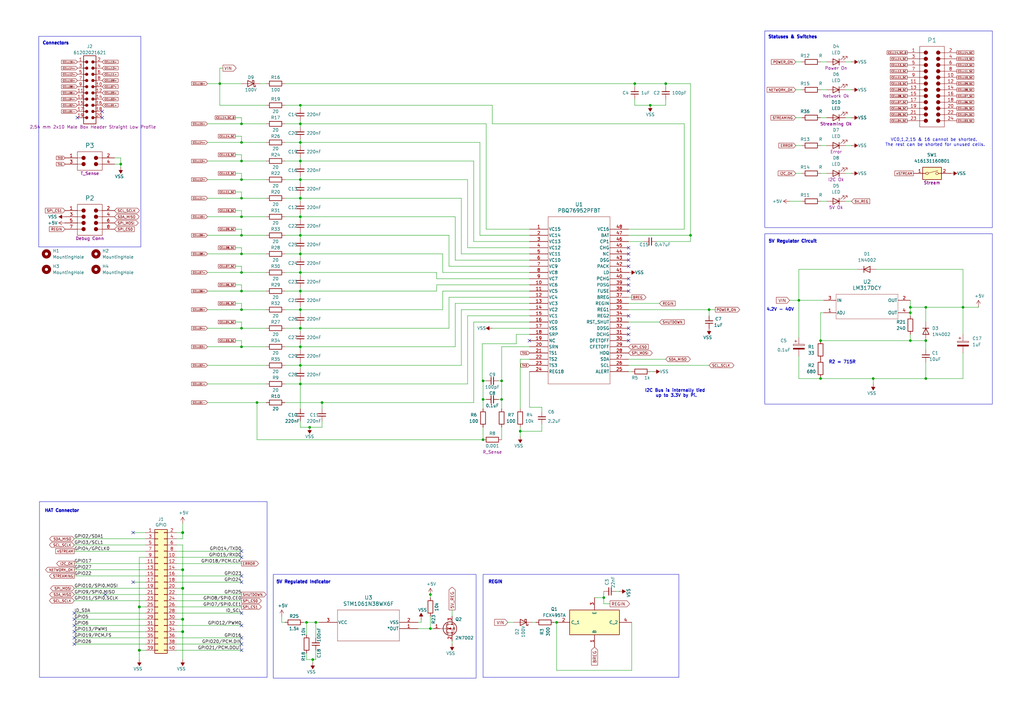
<source format=kicad_sch>
(kicad_sch (version 20250114) (generator "eeschema") (generator_version "9.0")
  (paper "A3")
  (title_block (title "Pi HAT for BQ76952") (date "2025-12-05") (rev "01"))
  (rectangle (start 313.69 95.885) (end 407.035 165.7349))
  (rectangle (start 16.1925 205.74) (end 109.5375 277.8125))
  (rectangle (start 313.69 12.7) (end 407.035 93.345))
  (rectangle (start 112.0775 235.5849) (end 195.2624 278.13))
  (rectangle (start 15.8749 14.9225) (end 57.785 101.2825))
  (rectangle (start 198.1199 235.5849) (end 278.4474 277.8125))
  (text "4.2V - 40V" (at 320.04 127 0) (effects (font (size 1.27 1.27) (thickness 0.254) (bold yes))))
  (text "HAT Connector\n" (at 25.4 209.55 0) (effects (font (size 1.27 1.27) (thickness 0.508) (bold yes))))
  (text "R2 = 715R\n" (at 345.44 148.59 0) (effects (font (size 1.27 1.27) (thickness 0.254) (bold yes))))
  (text "5V Regulator Circuit\n" (at 325.12 99.06 0) (effects (font (size 1.27 1.27) (thickness 0.508) (bold yes))))
  (text "Connectors\n" (at 22.86 17.78 0) (effects (font (size 1.27 1.27) (thickness 0.508) (bold yes))))
  (text "5V Regulated Indicator" (at 124.46 238.76 0) (effects (font (size 1.27 1.27) (thickness 0.508) (bold yes))))
  (text "I2C Bus is internally tied\n up to 3.3V by Pi." (at 276.86 161.29 0) (effects (font (size 1.27 1.27) (thickness 0.254) (bold yes))))
  (text "Statuses & Switches" (at 325.12 15.24 0) (effects (font (size 1.27 1.27) (thickness 0.508) (bold yes))))
  (text "VC0,1,2,15 & 16 cannot be shorted. \nThe rest can be shorted for unused cells.\n" (at 383.54 58.42 0) (effects (font (size 1.27 1.27))))
  (text "REGIN" (at 203.2 238.76 0) (effects (font (size 1.27 1.27) (thickness 0.508) (bold yes))))
  (junction (at 123.19 66.04))
  (junction (at 198.12 156.21))
  (junction (at 123.19 142.24))
  (junction (at 74.93 254) (diameter 1.016))
  (junction (at 379.73 126.0475))
  (junction (at 99.06 50.8))
  (junction (at 74.93 259.08) (diameter 1.016))
  (junction (at 327.66 123.19))
  (junction (at 123.19 96.52))
  (junction (at 99.06 58.42))
  (junction (at 123.19 73.66))
  (junction (at 373.38 126.0475))
  (junction (at 99.06 111.76))
  (junction (at 373.38 128.27))
  (junction (at 205.74 163.83))
  (junction (at 90.17 34.29))
  (junction (at 57.15 248.92) (diameter 1.016))
  (junction (at 273.05 34.29))
  (junction (at 105.41 165.1))
  (junction (at 176.53 257.81))
  (junction (at 213.36 176.8475))
  (junction (at 123.19 111.76))
  (junction (at 99.06 119.38))
  (junction (at 205.74 156.21))
  (junction (at 266.7 43.18))
  (junction (at 394.97 126.0475))
  (junction (at 99.06 66.04))
  (junction (at 74.93 241.3) (diameter 1.016))
  (junction (at 283.21 96.52))
  (junction (at 336.55 155.2575))
  (junction (at 128.27 270.51))
  (junction (at 260.35 34.29))
  (junction (at 198.12 163.83))
  (junction (at 132.08 165.1))
  (junction (at 228.2825 255.27))
  (junction (at 74.93 233.68) (diameter 1.016))
  (junction (at 123.19 157.48))
  (junction (at 123.19 149.86))
  (junction (at 123.19 119.38))
  (junction (at 373.38 139.7))
  (junction (at 99.06 88.9))
  (junction (at 127 175.26))
  (junction (at 290.83 127))
  (junction (at 123.19 104.14))
  (junction (at 49.53 67.31))
  (junction (at 129.54 255.27))
  (junction (at 99.06 73.66))
  (junction (at 336.55 139.7))
  (junction (at 125.73 255.27))
  (junction (at 99.06 142.24))
  (junction (at 379.73 139.7))
  (junction (at 123.19 81.28))
  (junction (at 99.06 96.52))
  (junction (at 247.65 245.11))
  (junction (at 99.06 81.28))
  (junction (at 123.19 43.18))
  (junction (at 123.19 58.42))
  (junction (at 358.14 155.2575))
  (junction (at 123.19 127))
  (junction (at 198.12 180.34))
  (junction (at 99.06 104.14))
  (junction (at 123.19 88.9))
  (junction (at 123.19 50.8))
  (junction (at 99.06 127))
  (junction (at 99.06 134.62))
  (junction (at 57.15 266.7) (diameter 1.016))
  (junction (at 176.53 243.84))
  (junction (at 74.93 218.44) (diameter 1.016))
  (junction (at 123.19 134.62))
  (junction (at 379.73 155.2575))
  (no_connect (at 30.48 259.08))
  (no_connect (at 257.81 116.84))
  (no_connect (at 99.06 261.62))
  (no_connect (at 41.91 48.26))
  (no_connect (at 257.81 137.16))
  (no_connect (at 257.81 119.38))
  (no_connect (at 257.81 134.62))
  (no_connect (at 217.17 139.7))
  (no_connect (at 54.61 218.44))
  (no_connect (at 257.81 139.7))
  (no_connect (at 30.48 261.62))
  (no_connect (at 257.81 109.22))
  (no_connect (at 54.61 238.76))
  (no_connect (at 99.06 251.46))
  (no_connect (at 30.48 254))
  (no_connect (at 99.06 264.16))
  (no_connect (at 257.81 129.54))
  (no_connect (at 99.06 236.22))
  (no_connect (at 257.81 106.68))
  (no_connect (at 257.81 104.14))
  (no_connect (at 99.06 266.7))
  (no_connect (at 99.06 228.6))
  (no_connect (at 30.48 256.54))
  (no_connect (at 30.48 251.46))
  (no_connect (at 257.81 114.3))
  (no_connect (at 41.91 45.72))
  (no_connect (at 99.06 226.06))
  (no_connect (at 99.06 256.54))
  (no_connect (at 31.75 48.26))
  (no_connect (at 30.48 264.16))
  (no_connect (at 99.06 238.76))
  (no_connect (at 43.18 243.84))
  (no_connect (at 257.81 101.6))
  (wire (pts (xy 247.65 247.65) (xy 250.19 247.65)))
  (wire (pts (xy 99.06 134.62) (xy 109.22 134.62)))
  (wire (pts (xy 191.77 101.6) (xy 191.77 73.66)))
  (wire (pts (xy 57.15 248.92) (xy 57.15 266.7)))
  (wire (pts (xy 123.19 43.18) (xy 123.19 44.45)))
  (wire (pts (xy 72.39 248.92) (xy 99.06 248.92)))
  (wire (pts (xy 213.36 176.8475) (xy 213.36 179.07)))
  (wire (pts (xy 198.12 175.26) (xy 198.12 180.34)))
  (wire (pts (xy 85.09 149.86) (xy 109.22 149.86)))
  (wire (pts (xy 96.52 139.7) (xy 99.06 139.7)))
  (wire (pts (xy 349.25 25.4) (xy 346.71 25.4)))
  (wire (pts (xy 59.69 231.14) (xy 30.48 231.14)))
  (wire (pts (xy 90.17 34.29) (xy 99.06 34.29)))
  (wire (pts (xy 125.73 270.51) (xy 125.73 267.97)))
  (wire (pts (xy 128.27 271.78) (xy 128.27 270.51)))
  (wire (pts (xy 105.41 165.1) (xy 105.41 180.34)))
  (wire (pts (xy 211.7725 137.16) (xy 211.7725 140.97)))
  (wire (pts (xy 336.55 59.69) (xy 339.09 59.69)))
  (wire (pts (xy 185.42 250.19) (xy 185.42 252.73)))
  (wire (pts (xy 74.93 223.52) (xy 74.93 233.68)))
  (wire (pts (xy 105.41 180.34) (xy 198.12 180.34)))
  (wire (pts (xy 74.93 241.3) (xy 72.39 241.3)))
  (wire (pts (xy 199.39 93.98) (xy 199.39 50.8)))
  (wire (pts (xy 228.2825 255.27) (xy 228.6 255.27)))
  (wire (pts (xy 99.06 58.42) (xy 109.22 58.42)))
  (wire (pts (xy 85.09 66.04) (xy 99.06 66.04)))
  (wire (pts (xy 85.09 73.66) (xy 99.06 73.66)))
  (wire (pts (xy 227.33 255.27) (xy 228.2825 255.27)))
  (wire (pts (xy 189.23 149.86) (xy 123.19 149.86)))
  (wire (pts (xy 259.08 121.92) (xy 257.81 121.92)))
  (wire (pts (xy 74.93 254) (xy 74.93 259.08)))
  (wire (pts (xy 46.99 67.31) (xy 49.53 67.31)))
  (wire (pts (xy 116.84 119.38) (xy 123.19 119.38)))
  (wire (pts (xy 197.8025 156.21) (xy 198.12 156.21)))
  (wire (pts (xy 273.05 34.29) (xy 283.21 34.29)))
  (wire (pts (xy 217.17 129.54) (xy 191.77 129.54)))
  (wire (pts (xy 96.52 124.46) (xy 99.06 124.46)))
  (wire (pts (xy 96.52 48.26) (xy 99.06 48.26)))
  (wire (pts (xy 358.14 155.2575) (xy 379.73 155.2575)))
  (wire (pts (xy 260.35 34.29) (xy 273.05 34.29)))
  (wire (pts (xy 194.31 132.08) (xy 194.31 165.1)))
  (wire (pts (xy 217.17 106.68) (xy 186.69 106.68)))
  (wire (pts (xy 222.25 173.99) (xy 222.25 176.8475)))
  (wire (pts (xy 116.84 134.62) (xy 123.19 134.62)))
  (wire (pts (xy 181.61 119.38) (xy 181.61 127)))
  (wire (pts (xy 228.2825 274.955) (xy 228.2825 255.27)))
  (wire (pts (xy 373.38 128.27) (xy 373.38 129.54)))
  (wire (pts (xy 323.85 82.55) (xy 328.93 82.55)))
  (wire (pts (xy 213.36 147.32) (xy 213.36 167.64)))
  (wire (pts (xy 185.42 262.89) (xy 185.42 264.16)))
  (wire (pts (xy 259.08 255.27) (xy 259.08 274.955)))
  (wire (pts (xy 123.19 142.24) (xy 123.19 143.51)))
  (wire (pts (xy 123.19 80.01) (xy 123.19 81.28)))
  (wire (pts (xy 191.77 129.54) (xy 191.77 157.48)))
  (wire (pts (xy 123.19 104.14) (xy 181.61 104.14)))
  (wire (pts (xy 116.84 96.52) (xy 123.19 96.52)))
  (wire (pts (xy 186.69 106.68) (xy 186.69 88.9)))
  (wire (pts (xy 358.14 155.2575) (xy 336.55 155.2575)))
  (wire (pts (xy 74.93 241.3) (xy 74.93 254)))
  (wire (pts (xy 99.06 96.52) (xy 109.22 96.52)))
  (wire (pts (xy 217.17 116.84) (xy 179.07 116.84)))
  (wire (pts (xy 96.52 116.84) (xy 99.06 116.84)))
  (wire (pts (xy 72.39 226.06) (xy 99.06 226.06)))
  (wire (pts (xy 208.28 255.27) (xy 210.82 255.27)))
  (wire (pts (xy 197.8025 140.97) (xy 197.8025 156.21)))
  (wire (pts (xy 269.24 99.06) (xy 283.21 99.06)))
  (wire (pts (xy 57.15 228.6) (xy 57.15 248.92)))
  (wire (pts (xy 99.06 93.98) (xy 99.06 96.52)))
  (wire (pts (xy 260.35 43.18) (xy 266.7 43.18)))
  (wire (pts (xy 123.19 157.48) (xy 123.19 156.21)))
  (wire (pts (xy 327.66 123.19) (xy 337.82 123.19)))
  (wire (pts (xy 373.38 126.0475) (xy 379.73 126.0475)))
  (wire (pts (xy 257.81 93.98) (xy 280.67 93.98)))
  (wire (pts (xy 327.66 155.2575) (xy 327.66 146.05)))
  (wire (pts (xy 123.19 81.28) (xy 123.19 82.55)))
  (wire (pts (xy 125.73 255.27) (xy 125.73 260.35)))
  (wire (pts (xy 57.15 228.6) (xy 59.69 228.6)))
  (wire (pts (xy 72.39 246.38) (xy 99.06 246.38)))
  (wire (pts (xy 96.52 55.88) (xy 99.06 55.88)))
  (wire (pts (xy 217.17 93.98) (xy 199.39 93.98)))
  (wire (pts (xy 280.67 50.8) (xy 201.93 50.8)))
  (wire (pts (xy 85.09 104.14) (xy 99.06 104.14)))
  (wire (pts (xy 349.25 82.55) (xy 346.71 82.55)))
  (wire (pts (xy 59.69 251.46) (xy 30.48 251.46)))
  (wire (pts (xy 116.84 34.29) (xy 260.35 34.29)))
  (wire (pts (xy 30.48 254) (xy 59.69 254)))
  (wire (pts (xy 179.07 114.3) (xy 179.07 111.76)))
  (wire (pts (xy 99.06 111.76) (xy 109.22 111.76)))
  (wire (pts (xy 217.17 104.14) (xy 189.23 104.14)))
  (wire (pts (xy 123.19 127) (xy 181.61 127)))
  (wire (pts (xy 115.57 252.73) (xy 115.57 255.27)))
  (wire (pts (xy 217.17 111.76) (xy 181.61 111.76)))
  (wire (pts (xy 49.53 64.77) (xy 49.53 67.31)))
  (wire (pts (xy 326.39 36.83) (xy 328.93 36.83)))
  (wire (pts (xy 123.19 111.76) (xy 123.19 110.49)))
  (wire (pts (xy 194.31 99.06) (xy 194.31 66.04)))
  (wire (pts (xy 213.36 175.26) (xy 213.36 176.8475)))
  (wire (pts (xy 336.55 36.83) (xy 339.09 36.83)))
  (wire (pts (xy 123.19 104.14) (xy 123.19 105.41)))
  (wire (pts (xy 57.15 248.92) (xy 59.69 248.92)))
  (wire (pts (xy 85.09 165.1) (xy 105.41 165.1)))
  (wire (pts (xy 217.17 142.24) (xy 205.74 142.24)))
  (wire (pts (xy 254 242.57) (xy 252.73 242.57)))
  (wire (pts (xy 373.38 126.0475) (xy 373.38 128.27)))
  (wire (pts (xy 283.21 34.29) (xy 283.21 96.52)))
  (wire (pts (xy 132.08 172.72) (xy 132.08 175.26)))
  (wire (pts (xy 243.84 245.11) (xy 247.65 245.11)))
  (wire (pts (xy 123.19 142.24) (xy 186.69 142.24)))
  (wire (pts (xy 217.17 167.005) (xy 217.17 152.4)))
  (wire (pts (xy 184.15 109.22) (xy 184.15 96.52)))
  (wire (pts (xy 72.39 236.22) (xy 99.06 236.22)))
  (wire (pts (xy 339.09 82.55) (xy 336.55 82.55)))
  (wire (pts (xy 176.53 243.84) (xy 176.53 245.11)))
  (wire (pts (xy 85.09 157.48) (xy 109.22 157.48)))
  (wire (pts (xy 99.06 127) (xy 109.22 127)))
  (wire (pts (xy 99.06 132.08) (xy 99.06 134.62)))
  (wire (pts (xy 260.35 34.29) (xy 260.35 35.56)))
  (wire (pts (xy 213.36 176.8475) (xy 222.25 176.8475)))
  (wire (pts (xy 99.06 71.12) (xy 99.06 73.66)))
  (wire (pts (xy 267.97 152.4) (xy 266.7 152.4)))
  (wire (pts (xy 49.53 67.31) (xy 49.53 68.58)))
  (wire (pts (xy 336.55 139.7) (xy 373.38 139.7)))
  (wire (pts (xy 123.19 119.38) (xy 179.07 119.38)))
  (wire (pts (xy 132.08 165.1) (xy 132.08 167.64)))
  (wire (pts (xy 72.39 266.7) (xy 99.06 266.7)))
  (wire (pts (xy 57.15 266.7) (xy 57.15 270.51)))
  (wire (pts (xy 30.48 233.68) (xy 59.69 233.68)))
  (wire (pts (xy 177.8 257.81) (xy 176.53 257.81)))
  (wire (pts (xy 99.06 124.46) (xy 99.06 127)))
  (wire (pts (xy 30.48 223.52) (xy 59.69 223.52)))
  (wire (pts (xy 116.84 111.76) (xy 123.19 111.76)))
  (wire (pts (xy 99.06 55.88) (xy 99.06 58.42)))
  (wire (pts (xy 129.54 255.27) (xy 130.81 255.27)))
  (wire (pts (xy 199.39 156.21) (xy 198.12 156.21)))
  (wire (pts (xy 116.84 66.04) (xy 123.19 66.04)))
  (wire (pts (xy 394.97 144.78) (xy 394.97 155.2575)))
  (wire (pts (xy 172.72 255.27) (xy 172.72 254)))
  (wire (pts (xy 199.39 163.83) (xy 198.12 163.83)))
  (wire (pts (xy 85.09 81.28) (xy 99.06 81.28)))
  (wire (pts (xy 373.38 139.7) (xy 379.73 139.7)))
  (wire (pts (xy 123.19 66.04) (xy 194.31 66.04)))
  (wire (pts (xy 128.27 270.51) (xy 129.54 270.51)))
  (wire (pts (xy 123.19 66.04) (xy 123.19 67.31)))
  (wire (pts (xy 74.93 259.08) (xy 72.39 259.08)))
  (wire (pts (xy 394.97 126.0475) (xy 401.32 126.0475)))
  (wire (pts (xy 290.83 127) (xy 290.83 129.54)))
  (wire (pts (xy 205.74 163.83) (xy 205.74 167.64)))
  (wire (pts (xy 349.25 48.26) (xy 346.71 48.26)))
  (wire (pts (xy 337.82 128.27) (xy 336.55 128.27)))
  (wire (pts (xy 257.81 127) (xy 290.83 127)))
  (wire (pts (xy 257.81 149.86) (xy 290.83 149.86)))
  (wire (pts (xy 116.84 157.48) (xy 123.19 157.48)))
  (wire (pts (xy 257.81 124.46) (xy 270.51 124.46)))
  (wire (pts (xy 85.09 111.76) (xy 99.06 111.76)))
  (wire (pts (xy 394.97 126.0475) (xy 394.97 137.16)))
  (wire (pts (xy 123.19 127) (xy 123.19 125.73)))
  (wire (pts (xy 401.32 126.0475) (xy 401.32 125.73)))
  (wire (pts (xy 260.35 40.64) (xy 260.35 43.18)))
  (wire (pts (xy 217.17 167.005) (xy 222.25 167.005)))
  (wire (pts (xy 96.52 86.36) (xy 99.06 86.36)))
  (wire (pts (xy 85.09 88.9) (xy 99.06 88.9)))
  (wire (pts (xy 211.7725 137.16) (xy 217.17 137.16)))
  (wire (pts (xy 99.06 81.28) (xy 109.22 81.28)))
  (wire (pts (xy 30.48 246.38) (xy 59.69 246.38)))
  (wire (pts (xy 283.21 96.52) (xy 257.81 96.52)))
  (wire (pts (xy 217.17 99.06) (xy 194.31 99.06)))
  (wire (pts (xy 176.53 252.73) (xy 176.53 257.81)))
  (wire (pts (xy 99.06 48.26) (xy 99.06 50.8)))
  (wire (pts (xy 273.05 34.29) (xy 273.05 35.56)))
  (wire (pts (xy 373.38 123.19) (xy 373.38 126.0475)))
  (wire (pts (xy 54.61 238.76) (xy 59.69 238.76)))
  (wire (pts (xy 379.73 148.59) (xy 379.73 155.2575)))
  (wire (pts (xy 349.25 59.69) (xy 346.71 59.69)))
  (wire (pts (xy 326.39 48.26) (xy 328.93 48.26)))
  (wire (pts (xy 116.84 149.86) (xy 123.19 149.86)))
  (wire (pts (xy 99.06 63.5) (xy 99.06 66.04)))
  (wire (pts (xy 123.19 73.66) (xy 123.19 74.93)))
  (wire (pts (xy 74.93 218.44) (xy 74.93 220.98)))
  (wire (pts (xy 116.84 88.9) (xy 123.19 88.9)))
  (wire (pts (xy 99.06 88.9) (xy 109.22 88.9)))
  (wire (pts (xy 186.69 124.46) (xy 186.69 142.24)))
  (wire (pts (xy 327.66 123.19) (xy 327.66 138.43)))
  (wire (pts (xy 349.25 36.83) (xy 346.71 36.83)))
  (wire (pts (xy 74.93 233.68) (xy 74.93 241.3)))
  (wire (pts (xy 30.48 220.98) (xy 59.69 220.98)))
  (wire (pts (xy 90.17 43.18) (xy 90.17 34.29)))
  (wire (pts (xy 204.47 163.83) (xy 205.74 163.83)))
  (wire (pts (xy 72.39 231.14) (xy 99.06 231.14)))
  (wire (pts (xy 99.06 142.24) (xy 109.22 142.24)))
  (wire (pts (xy 74.93 233.68) (xy 72.39 233.68)))
  (wire (pts (xy 123.19 149.86) (xy 123.19 151.13)))
  (wire (pts (xy 85.09 119.38) (xy 99.06 119.38)))
  (wire (pts (xy 205.74 142.24) (xy 205.74 156.21)))
  (wire (pts (xy 74.93 214.63) (xy 74.93 218.44)))
  (wire (pts (xy 172.72 255.27) (xy 171.45 255.27)))
  (wire (pts (xy 125.73 270.51) (xy 128.27 270.51)))
  (wire (pts (xy 30.48 226.06) (xy 59.69 226.06)))
  (wire (pts (xy 217.17 109.22) (xy 184.15 109.22)))
  (wire (pts (xy 327.66 110.49) (xy 327.66 123.19)))
  (wire (pts (xy 74.93 218.44) (xy 72.39 218.44)))
  (wire (pts (xy 257.81 147.32) (xy 273.05 147.32)))
  (wire (pts (xy 85.09 127) (xy 99.06 127)))
  (wire (pts (xy 85.09 134.62) (xy 99.06 134.62)))
  (wire (pts (xy 201.93 50.8) (xy 201.93 43.18)))
  (wire (pts (xy 124.46 255.27) (xy 125.73 255.27)))
  (wire (pts (xy 201.93 134.62) (xy 217.17 134.62)))
  (wire (pts (xy 351.79 110.49) (xy 327.66 110.49)))
  (wire (pts (xy 72.39 238.76) (xy 99.06 238.76)))
  (wire (pts (xy 85.09 96.52) (xy 99.06 96.52)))
  (wire (pts (xy 328.93 25.4) (xy 326.39 25.4)))
  (wire (pts (xy 222.25 167.005) (xy 222.25 168.91)))
  (wire (pts (xy 72.39 228.6) (xy 99.06 228.6)))
  (wire (pts (xy 123.19 175.26) (xy 123.19 172.72)))
  (wire (pts (xy 218.44 255.27) (xy 219.71 255.27)))
  (wire (pts (xy 179.07 116.84) (xy 179.07 119.38)))
  (wire (pts (xy 123.19 58.42) (xy 123.19 59.69)))
  (wire (pts (xy 189.23 104.14) (xy 189.23 81.28)))
  (wire (pts (xy 123.19 96.52) (xy 123.19 97.79)))
  (wire (pts (xy 336.55 154.94) (xy 336.55 155.2575)))
  (wire (pts (xy 323.85 123.19) (xy 327.66 123.19)))
  (wire (pts (xy 30.48 236.22) (xy 59.69 236.22)))
  (wire (pts (xy 90.17 27.94) (xy 90.17 34.29)))
  (wire (pts (xy 30.48 243.84) (xy 59.69 243.84)))
  (wire (pts (xy 123.19 50.8) (xy 123.19 49.53)))
  (wire (pts (xy 99.06 109.22) (xy 99.06 111.76)))
  (wire (pts (xy 123.19 58.42) (xy 123.19 57.15)))
  (wire (pts (xy 116.84 165.1) (xy 132.08 165.1)))
  (wire (pts (xy 123.19 50.8) (xy 123.19 52.07)))
  (wire (pts (xy 123.19 111.76) (xy 179.07 111.76)))
  (wire (pts (xy 336.55 48.26) (xy 339.09 48.26)))
  (wire (pts (xy 123.19 175.26) (xy 127 175.26)))
  (wire (pts (xy 123.19 81.28) (xy 189.23 81.28)))
  (wire (pts (xy 96.52 132.08) (xy 99.06 132.08)))
  (wire (pts (xy 123.19 73.66) (xy 116.84 73.66)))
  (wire (pts (xy 349.25 71.12) (xy 346.71 71.12)))
  (wire (pts (xy 30.48 256.54) (xy 59.69 256.54)))
  (wire (pts (xy 247.65 242.57) (xy 247.65 245.11)))
  (wire (pts (xy 326.39 59.69) (xy 328.93 59.69)))
  (wire (pts (xy 359.41 110.49) (xy 394.97 110.49)))
  (wire (pts (xy 74.93 220.98) (xy 72.39 220.98)))
  (wire (pts (xy 194.31 165.1) (xy 132.08 165.1)))
  (wire (pts (xy 99.06 73.66) (xy 109.22 73.66)))
  (wire (pts (xy 116.84 81.28) (xy 123.19 81.28)))
  (wire (pts (xy 198.12 163.83) (xy 198.12 167.64)))
  (wire (pts (xy 394.97 110.49) (xy 394.97 126.0475)))
  (wire (pts (xy 259.08 274.955) (xy 228.2825 274.955)))
  (wire (pts (xy 96.52 63.5) (xy 99.06 63.5)))
  (wire (pts (xy 326.39 71.12) (xy 328.93 71.12)))
  (wire (pts (xy 394.97 155.2575) (xy 379.73 155.2575)))
  (wire (pts (xy 125.73 255.27) (xy 129.54 255.27)))
  (wire (pts (xy 204.47 156.21) (xy 205.74 156.21)))
  (wire (pts (xy 181.61 111.76) (xy 181.61 104.14)))
  (wire (pts (xy 280.67 93.98) (xy 280.67 50.8)))
  (wire (pts (xy 290.83 127) (xy 293.37 127)))
  (wire (pts (xy 373.38 137.16) (xy 373.38 139.7)))
  (wire (pts (xy 96.52 101.6) (xy 99.06 101.6)))
  (wire (pts (xy 30.48 261.62) (xy 59.69 261.62)))
  (wire (pts (xy 106.68 34.29) (xy 109.22 34.29)))
  (wire (pts (xy 176.53 243.5225) (xy 176.53 243.84)))
  (wire (pts (xy 72.39 261.62) (xy 99.06 261.62)))
  (wire (pts (xy 205.74 163.83) (xy 205.74 156.21)))
  (wire (pts (xy 99.06 86.36) (xy 99.06 88.9)))
  (wire (pts (xy 99.06 119.38) (xy 109.22 119.38)))
  (wire (pts (xy 123.19 50.8) (xy 199.39 50.8)))
  (wire (pts (xy 72.39 256.54) (xy 99.06 256.54)))
  (wire (pts (xy 123.19 88.9) (xy 186.69 88.9)))
  (wire (pts (xy 57.15 266.7) (xy 59.69 266.7)))
  (wire (pts (xy 273.05 40.64) (xy 273.05 43.18)))
  (wire (pts (xy 123.19 96.52) (xy 184.15 96.52)))
  (wire (pts (xy 116.84 58.42) (xy 123.19 58.42)))
  (wire (pts (xy 123.19 157.48) (xy 123.19 167.64)))
  (wire (pts (xy 123.19 118.11) (xy 123.19 119.38)))
  (wire (pts (xy 217.17 114.3) (xy 179.07 114.3)))
  (wire (pts (xy 72.39 264.16) (xy 99.06 264.16)))
  (wire (pts (xy 116.84 142.24) (xy 123.19 142.24)))
  (wire (pts (xy 217.17 119.38) (xy 181.61 119.38)))
  (wire (pts (xy 196.85 96.52) (xy 196.85 58.42)))
  (wire (pts (xy 358.14 155.2575) (xy 358.14 157.48)))
  (wire (pts (xy 129.54 255.27) (xy 129.54 261.62)))
  (wire (pts (xy 217.17 147.32) (xy 213.36 147.32)))
  (wire (pts (xy 99.06 50.8) (xy 109.22 50.8)))
  (wire (pts (xy 74.93 223.52) (xy 72.39 223.52)))
  (wire (pts (xy 99.06 104.14) (xy 109.22 104.14)))
  (wire (pts (xy 99.06 116.84) (xy 99.06 119.38)))
  (wire (pts (xy 46.99 64.77) (xy 49.53 64.77)))
  (wire (pts (xy 96.52 93.98) (xy 99.06 93.98)))
  (wire (pts (xy 30.48 264.16) (xy 59.69 264.16)))
  (wire (pts (xy 379.73 126.0475) (xy 394.97 126.0475)))
  (wire (pts (xy 123.19 111.76) (xy 123.19 113.03)))
  (wire (pts (xy 123.19 134.62) (xy 123.19 133.35)))
  (wire (pts (xy 336.55 25.4) (xy 339.09 25.4)))
  (wire (pts (xy 217.17 127) (xy 189.23 127)))
  (wire (pts (xy 123.19 58.42) (xy 196.85 58.42)))
  (wire (pts (xy 217.17 121.92) (xy 184.15 121.92)))
  (wire (pts (xy 85.09 34.29) (xy 90.17 34.29)))
  (wire (pts (xy 123.19 64.77) (xy 123.19 66.04)))
  (wire (pts (xy 217.17 132.08) (xy 194.31 132.08)))
  (wire (pts (xy 96.52 78.74) (xy 99.06 78.74)))
  (wire (pts (xy 90.17 27.94) (xy 91.44 27.94)))
  (wire (pts (xy 217.17 124.46) (xy 186.69 124.46)))
  (wire (pts (xy 336.55 155.2575) (xy 327.66 155.2575)))
  (wire (pts (xy 123.19 142.24) (xy 123.19 140.97)))
  (wire (pts (xy 123.19 127) (xy 123.19 128.27)))
  (wire (pts (xy 109.22 43.18) (xy 90.17 43.18)))
  (wire (pts (xy 115.57 255.27) (xy 116.84 255.27)))
  (wire (pts (xy 116.84 50.8) (xy 123.19 50.8)))
  (wire (pts (xy 85.09 50.8) (xy 99.06 50.8)))
  (wire (pts (xy 123.19 72.39) (xy 123.19 73.66)))
  (wire (pts (xy 184.15 121.92) (xy 184.15 134.62)))
  (wire (pts (xy 191.77 157.48) (xy 123.19 157.48)))
  (wire (pts (xy 123.19 88.9) (xy 123.19 90.17)))
  (wire (pts (xy 129.54 266.7) (xy 129.54 270.51)))
  (wire (pts (xy 283.21 99.06) (xy 283.21 96.52)))
  (wire (pts (xy 379.73 139.7) (xy 379.73 143.51)))
  (wire (pts (xy 74.93 259.08) (xy 74.93 270.51)))
  (wire (pts (xy 123.19 96.52) (xy 123.19 95.25)))
  (wire (pts (xy 257.81 132.08) (xy 270.51 132.08)))
  (wire (pts (xy 72.39 243.84) (xy 99.06 243.84)))
  (wire (pts (xy 59.69 259.08) (xy 30.48 259.08)))
  (wire (pts (xy 201.93 43.18) (xy 123.19 43.18)))
  (wire (pts (xy 336.55 128.27) (xy 336.55 139.7)))
  (wire (pts (xy 247.65 247.65) (xy 247.65 245.11)))
  (wire (pts (xy 96.52 71.12) (xy 99.06 71.12)))
  (wire (pts (xy 336.55 71.12) (xy 339.09 71.12)))
  (wire (pts (xy 123.19 149.86) (xy 123.19 148.59)))
  (wire (pts (xy 217.17 96.52) (xy 196.85 96.52)))
  (wire (pts (xy 379.73 126.0475) (xy 379.73 132.08)))
  (wire (pts (xy 198.12 163.83) (xy 198.12 156.21)))
  (wire (pts (xy 266.7 43.18) (xy 273.05 43.18)))
  (wire (pts (xy 74.93 254) (xy 72.39 254)))
  (wire (pts (xy 189.23 127) (xy 189.23 149.86)))
  (wire (pts (xy 123.19 73.66) (xy 191.77 73.66)))
  (wire (pts (xy 96.52 109.22) (xy 99.06 109.22)))
  (wire (pts (xy 116.84 104.14) (xy 123.19 104.14)))
  (wire (pts (xy 54.61 218.44) (xy 59.69 218.44)))
  (wire (pts (xy 116.84 43.18) (xy 123.19 43.18)))
  (wire (pts (xy 123.19 88.9) (xy 123.19 87.63)))
  (wire (pts (xy 123.19 134.62) (xy 123.19 135.89)))
  (wire (pts (xy 217.17 101.6) (xy 191.77 101.6)))
  (wire (pts (xy 205.74 175.26) (xy 205.74 180.34)))
  (wire (pts (xy 123.19 134.62) (xy 184.15 134.62)))
  (wire (pts (xy 99.06 139.7) (xy 99.06 142.24)))
  (wire (pts (xy 105.41 165.1) (xy 109.22 165.1)))
  (wire (pts (xy 99.06 78.74) (xy 99.06 81.28)))
  (wire (pts (xy 85.09 58.42) (xy 99.06 58.42)))
  (wire (pts (xy 85.09 142.24) (xy 99.06 142.24)))
  (wire (pts (xy 116.84 127) (xy 123.19 127)))
  (wire (pts (xy 123.19 119.38) (xy 123.19 120.65)))
  (wire (pts (xy 59.69 241.3) (xy 30.48 241.3)))
  (wire (pts (xy 72.39 251.46) (xy 99.06 251.46)))
  (wire (pts (xy 259.08 152.4) (xy 257.81 152.4)))
  (wire (pts (xy 171.45 257.81) (xy 176.53 257.81)))
  (wire (pts (xy 99.06 101.6) (xy 99.06 104.14)))
  (wire (pts (xy 132.08 175.26) (xy 127 175.26)))
  (wire (pts (xy 197.8025 140.97) (xy 211.7725 140.97)))
  (wire (pts (xy 257.81 99.06) (xy 264.16 99.06)))
  (wire (pts (xy 99.06 66.04) (xy 109.22 66.04)))
  (wire (pts (xy 123.19 104.14) (xy 123.19 102.87)))
  (label "ID_SDA" (at 30.48 251.46 0))
  (label "GPIO6" (at 30.48 256.54 0))
  (label "ID_SCL" (at 99.06 251.46 180))
  (label "GPIO5" (at 30.48 254 0))
  (label "GPIO21{slash}PCM.DOUT" (at 99.06 266.7 180))
  (label "GPIO19{slash}PCM.FS" (at 30.48 261.62 0))
  (label "GPIO10{slash}SPI0.MOSI" (at 30.48 241.3 0))
  (label "GPIO9{slash}SPI0.MISO" (at 30.48 243.84 0))
  (label "GPIO23" (at 99.06 236.22 180))
  (label "GPIO4{slash}GPCLK0" (at 30.48 226.06 0))
  (label "GPIO27" (at 30.48 233.68 0))
  (label "GPIO26" (at 30.48 264.16 0))
  (label "GPIO14{slash}TXD0" (at 99.06 226.06 180))
  (label "GPIO8{slash}SPI0.CE0" (at 99.06 246.38 180))
  (label "GPIO15{slash}RXD0" (at 99.06 228.6 180))
  (label "GPIO16" (at 99.06 261.62 180))
  (label "GPIO22" (at 30.48 236.22 0))
  (label "GPIO2{slash}SDA1" (at 30.48 220.98 0))
  (label "GPIO17" (at 30.48 231.14 0))
  (label "GPIO25" (at 99.06 243.84 180))
  (label "GPIO3{slash}SCL1" (at 30.48 223.52 0))
  (label "GPIO18{slash}PCM.CLK" (at 99.06 231.14 180))
  (label "GPIO12{slash}PWM0" (at 99.06 256.54 180))
  (label "GPIO13{slash}PWM1" (at 30.48 259.08 0))
  (label "GPIO20{slash}PCM.DIN" (at 99.06 264.16 180))
  (label "GPIO24" (at 99.06 238.76 180))
  (label "GPIO7{slash}SPI0.CE1" (at 99.06 248.92 180))
  (label "GPIO11{slash}SPI0.SCLK" (at 30.48 246.38 0))
  (global_label "VIN" (shape input) (at 323.85 123.19 180) (property "Intersheetrefs" "${INTERSHEET_REFS}" (effects (hide yes))))
  (global_label "BREG" (shape input) (at 243.84 265.43 270) (property "Intersheetrefs" "${INTERSHEET_REFS}" (effects (hide yes))))
  (global_label "CELL02+" (shape input) (at 85.09 149.86 180) (effects (font (size 0.762 0.762))) (property "Intersheetrefs" "${INTERSHEET_REFS}" (effects (hide yes))))
  (global_label "CELL09_SC" (shape passive) (at 372.11 36.83 180) (effects (font (size 0.762 0.762))) (property "Intersheetrefs" "${INTERSHEET_REFS}" (effects (hide yes))))
  (global_label "CELL06_SC" (shape passive) (at 372.11 44.45 180) (effects (font (size 0.762 0.762))) (property "Intersheetrefs" "${INTERSHEET_REFS}" (effects (hide yes))))
  (global_label "POWER_ON" (shape input) (at 326.39 25.4 180) (effects (font (size 1.016 1.016))) (property "Intersheetrefs" "${INTERSHEET_REFS}" (effects (hide yes))))
  (global_label "VIN" (shape input) (at 208.28 255.27 180) (property "Intersheetrefs" "${INTERSHEET_REFS}" (effects (hide yes))))
  (global_label "BREG" (shape output) (at 259.08 121.92 0) (effects (font (size 1.016 1.016))) (property "Intersheetrefs" "${INTERSHEET_REFS}" (effects (hide yes))))
  (global_label "CELL14_SC_0" (shape passive) (at 372.11 21.59 180) (effects (font (size 0.762 0.762))) (property "Intersheetrefs" "${INTERSHEET_REFS}" (effects (hide yes))))
  (global_label "5V_REG" (shape input) (at 349.25 82.55 0) (effects (font (size 1.016 1.016))) (property "Intersheetrefs" "${INTERSHEET_REFS}" (effects (hide yes))))
  (global_label "CELL11_SC" (shape passive) (at 96.52 78.74 180) (effects (font (size 0.762 0.762))) (property "Intersheetrefs" "${INTERSHEET_REFS}" (effects (hide yes))))
  (global_label "STREAMING" (shape output) (at 30.48 236.22 180) (effects (font (size 1.016 1.016))) (property "Intersheetrefs" "${INTERSHEET_REFS}" (effects (hide yes))))
  (global_label "CELL03+" (shape input) (at 41.91 40.64 0) (effects (font (size 0.762 0.762))) (property "Intersheetrefs" "${INTERSHEET_REFS}" (effects (hide yes))))
  (global_label "CELL15+" (shape input) (at 41.91 25.4 0) (effects (font (size 0.762 0.762))) (property "Intersheetrefs" "${INTERSHEET_REFS}" (effects (hide yes))))
  (global_label "VIN" (shape output) (at 91.44 27.94 0) (property "Intersheetrefs" "${INTERSHEET_REFS}" (effects (hide yes))))
  (global_label "CELL01-" (shape input) (at 31.75 45.72 180) (effects (font (size 0.762 0.762))) (property "Intersheetrefs" "${INTERSHEET_REFS}" (effects (hide yes))))
  (global_label "STREAMING" (shape input) (at 326.39 48.26 180) (effects (font (size 1.016 1.016))) (property "Intersheetrefs" "${INTERSHEET_REFS}" (effects (hide yes))))
  (global_label "REGIN" (shape input) (at 270.51 124.46 0) (effects (font (size 1.016 1.016))) (property "Intersheetrefs" "${INTERSHEET_REFS}" (effects (hide yes))))
  (global_label "5V_REG" (shape output) (at 185.42 250.19 90) (property "Intersheetrefs" "${INTERSHEET_REFS}" (effects (hide yes))))
  (global_label "CELL14_SC" (shape passive) (at 392.43 21.59 0) (effects (font (size 0.762 0.762))) (property "Intersheetrefs" "${INTERSHEET_REFS}" (effects (hide yes))))
  (global_label "NETWORK_OK" (shape output) (at 30.48 233.68 180) (effects (font (size 1.016 1.016))) (property "Intersheetrefs" "${INTERSHEET_REFS}" (effects (hide yes))))
  (global_label "CELL06_SC" (shape passive) (at 392.43 41.91 0) (effects (font (size 0.762 0.762))) (property "Intersheetrefs" "${INTERSHEET_REFS}" (effects (hide yes))))
  (global_label "I2C_OK" (shape input) (at 326.39 71.12 180) (effects (font (size 1.016 1.016))) (property "Intersheetrefs" "${INTERSHEET_REFS}" (effects (hide yes))))
  (global_label "CELL12+" (shape input) (at 85.09 73.66 180) (effects (font (size 0.762 0.762))) (property "Intersheetrefs" "${INTERSHEET_REFS}" (effects (hide yes))))
  (global_label "CELL16+" (shape input) (at 31.75 25.4 180) (effects (font (size 0.762 0.762))) (property "Intersheetrefs" "${INTERSHEET_REFS}" (effects (hide yes))))
  (global_label "CELL04_SC" (shape passive) (at 392.43 46.99 0) (effects (font (size 0.762 0.762))) (property "Intersheetrefs" "${INTERSHEET_REFS}" (effects (hide yes))))
  (global_label "CELL05_SC" (shape passive) (at 372.11 46.99 180) (effects (font (size 0.762 0.762))) (property "Intersheetrefs" "${INTERSHEET_REFS}" (effects (hide yes))))
  (global_label "CELL07_SC" (shape passive) (at 96.52 109.22 180) (effects (font (size 0.762 0.762))) (property "Intersheetrefs" "${INTERSHEET_REFS}" (effects (hide yes))))
  (global_label "ERROR" (shape output) (at 99.06 231.14 0) (effects (font (size 1.016 1.016))) (property "Intersheetrefs" "${INTERSHEET_REFS}" (effects (hide yes))))
  (global_label "CELL16+" (shape input) (at 85.09 34.29 180) (effects (font (size 0.762 0.762))) (property "Intersheetrefs" "${INTERSHEET_REFS}" (effects (hide yes))))
  (global_label "CELL10+" (shape input) (at 85.09 88.9 180) (effects (font (size 0.762 0.762))) (property "Intersheetrefs" "${INTERSHEET_REFS}" (effects (hide yes))))
  (global_label "SPI_CS0" (shape input) (at 46.99 93.98 0) (effects (font (size 1.016 1.016))) (property "Intersheetrefs" "${INTERSHEET_REFS}" (effects (hide yes))))
  (global_label "I2C_OK" (shape output) (at 30.48 231.14 180) (effects (font (size 1.016 1.016))) (property "Intersheetrefs" "${INTERSHEET_REFS}" (effects (hide yes))))
  (global_label "SDA_MISO" (shape bidirectional) (at 46.99 88.9 0) (effects (font (size 1.016 1.016))) (property "Intersheetrefs" "${INTERSHEET_REFS}" (effects (hide yes))))
  (global_label "CELL04_SC" (shape passive) (at 96.52 132.08 180) (effects (font (size 0.762 0.762))) (property "Intersheetrefs" "${INTERSHEET_REFS}" (effects (hide yes))))
  (global_label "POWER_ON" (shape output) (at 293.37 127 0) (effects (font (size 1.016 1.016))) (property "Intersheetrefs" "${INTERSHEET_REFS}" (effects (hide yes))))
  (global_label "REGIN" (shape input) (at 26.67 93.98 180) (effects (font (size 1.016 1.016))) (property "Intersheetrefs" "${INTERSHEET_REFS}" (effects (hide yes))))
  (global_label "CELL13+" (shape input) (at 41.91 27.94 0) (effects (font (size 0.762 0.762))) (property "Intersheetrefs" "${INTERSHEET_REFS}" (effects (hide yes))))
  (global_label "CELL08_SC" (shape passive) (at 372.11 39.37 180) (effects (font (size 0.762 0.762))) (property "Intersheetrefs" "${INTERSHEET_REFS}" (effects (hide yes))))
  (global_label "CELL09+" (shape input) (at 85.09 96.52 180) (effects (font (size 0.762 0.762))) (property "Intersheetrefs" "${INTERSHEET_REFS}" (effects (hide yes))))
  (global_label "CELL04+" (shape input) (at 31.75 40.64 180) (effects (font (size 0.762 0.762))) (property "Intersheetrefs" "${INTERSHEET_REFS}" (effects (hide yes))))
  (global_label "CELL09_SC" (shape passive) (at 392.43 34.29 0) (effects (font (size 0.762 0.762))) (property "Intersheetrefs" "${INTERSHEET_REFS}" (effects (hide yes))))
  (global_label "CELL05_SC" (shape passive) (at 392.43 44.45 0) (effects (font (size 0.762 0.762))) (property "Intersheetrefs" "${INTERSHEET_REFS}" (effects (hide yes))))
  (global_label "CELL14+" (shape input) (at 85.09 58.42 180) (effects (font (size 0.762 0.762))) (property "Intersheetrefs" "${INTERSHEET_REFS}" (effects (hide yes))))
  (global_label "CELL10_SC" (shape passive) (at 96.52 86.36 180) (effects (font (size 0.762 0.762))) (property "Intersheetrefs" "${INTERSHEET_REFS}" (effects (hide yes))))
  (global_label "CELL11+" (shape input) (at 85.09 81.28 180) (effects (font (size 0.762 0.762))) (property "Intersheetrefs" "${INTERSHEET_REFS}" (effects (hide yes))))
  (global_label "CELL14+" (shape input) (at 31.75 27.94 180) (effects (font (size 0.762 0.762))) (property "Intersheetrefs" "${INTERSHEET_REFS}" (effects (hide yes))))
  (global_label "CELL04+" (shape input) (at 85.09 134.62 180) (effects (font (size 0.762 0.762))) (property "Intersheetrefs" "${INTERSHEET_REFS}" (effects (hide yes))))
  (global_label "CELL12+" (shape input) (at 31.75 30.48 180) (effects (font (size 0.762 0.762))) (property "Intersheetrefs" "${INTERSHEET_REFS}" (effects (hide yes))))
  (global_label "nSTREAM" (shape passive) (at 30.48 226.06 180) (effects (font (size 1.016 1.016))) (property "Intersheetrefs" "${INTERSHEET_REFS}" (effects (hide yes))))
  (global_label "CELL10+" (shape input) (at 31.75 33.02 180) (effects (font (size 0.762 0.762))) (property "Intersheetrefs" "${INTERSHEET_REFS}" (effects (hide yes))))
  (global_label "CELL12_SC" (shape passive) (at 392.43 26.67 0) (effects (font (size 0.762 0.762))) (property "Intersheetrefs" "${INTERSHEET_REFS}" (effects (hide yes))))
  (global_label "CELL01+" (shape input) (at 85.09 157.48 180) (effects (font (size 0.762 0.762))) (property "Intersheetrefs" "${INTERSHEET_REFS}" (effects (hide yes))))
  (global_label "nSTREAM" (shape passive) (at 374.65 71.12 180) (effects (font (size 1.016 1.016))) (property "Intersheetrefs" "${INTERSHEET_REFS}" (effects (hide yes))))
  (global_label "SDA_MISO" (shape bidirectional) (at 30.48 243.84 180) (effects (font (size 1.016 1.016))) (property "Intersheetrefs" "${INTERSHEET_REFS}" (effects (hide yes))))
  (global_label "CELL15+" (shape input) (at 85.09 50.8 180) (effects (font (size 0.762 0.762))) (property "Intersheetrefs" "${INTERSHEET_REFS}" (effects (hide yes))))
  (global_label "TH3" (shape input) (at 217.17 149.86 180) (effects (font (size 0.762 0.762))) (property "Intersheetrefs" "${INTERSHEET_REFS}" (effects (hide yes))))
  (global_label "CELL05+" (shape input) (at 85.09 127 180) (effects (font (size 0.762 0.762))) (property "Intersheetrefs" "${INTERSHEET_REFS}" (effects (hide yes))))
  (global_label "TH1" (shape input) (at 26.67 67.31 180) (effects (font (size 0.762 0.762))) (property "Intersheetrefs" "${INTERSHEET_REFS}" (effects (hide yes))))
  (global_label "CELL07+" (shape input) (at 85.09 111.76 180) (effects (font (size 0.762 0.762))) (property "Intersheetrefs" "${INTERSHEET_REFS}" (effects (hide yes))))
  (global_label "SPI_MOSI" (shape bidirectional) (at 257.81 144.78 0) (effects (font (size 1.016 1.016))) (property "Intersheetrefs" "${INTERSHEET_REFS}" (effects (hide yes))))
  (global_label "CELL08+" (shape input) (at 31.75 35.56 180) (effects (font (size 0.762 0.762))) (property "Intersheetrefs" "${INTERSHEET_REFS}" (effects (hide yes))))
  (global_label "CELL13+" (shape input) (at 85.09 66.04 180) (effects (font (size 0.762 0.762))) (property "Intersheetrefs" "${INTERSHEET_REFS}" (effects (hide yes))))
  (global_label "CELL05_SC" (shape passive) (at 96.52 124.46 180) (effects (font (size 0.762 0.762))) (property "Intersheetrefs" "${INTERSHEET_REFS}" (effects (hide yes))))
  (global_label "SCL_SCLK" (shape bidirectional) (at 290.83 149.86 0) (effects (font (size 1.016 1.016))) (property "Intersheetrefs" "${INTERSHEET_REFS}" (effects (hide yes))))
  (global_label "SCL_SCLK" (shape bidirectional) (at 46.99 86.36 0) (effects (font (size 1.016 1.016))) (property "Intersheetrefs" "${INTERSHEET_REFS}" (effects (hide yes))))
  (global_label "CELL14_SC" (shape passive) (at 96.52 55.88 180) (effects (font (size 0.762 0.762))) (property "Intersheetrefs" "${INTERSHEET_REFS}" (effects (hide yes))))
  (global_label "SDA_MISO" (shape bidirectional) (at 30.48 220.98 180) (effects (font (size 1.016 1.016))) (property "Intersheetrefs" "${INTERSHEET_REFS}" (effects (hide yes))))
  (global_label "TH1" (shape input) (at 217.17 144.78 180) (effects (font (size 0.762 0.762))) (property "Intersheetrefs" "${INTERSHEET_REFS}" (effects (hide yes))))
  (global_label "CELL09+" (shape input) (at 41.91 33.02 0) (effects (font (size 0.762 0.762))) (property "Intersheetrefs" "${INTERSHEET_REFS}" (effects (hide yes))))
  (global_label "CELL06+" (shape input) (at 85.09 119.38 180) (effects (font (size 0.762 0.762))) (property "Intersheetrefs" "${INTERSHEET_REFS}" (effects (hide yes))))
  (global_label "SPI_CS0" (shape input) (at 257.81 142.24 0) (effects (font (size 1.016 1.016))) (property "Intersheetrefs" "${INTERSHEET_REFS}" (effects (hide yes))))
  (global_label "CELL14_SC_0" (shape passive) (at 96.52 48.26 180) (effects (font (size 0.762 0.762))) (property "Intersheetrefs" "${INTERSHEET_REFS}" (effects (hide yes))))
  (global_label "CELL03_SC" (shape passive) (at 392.43 49.53 0) (effects (font (size 0.762 0.762))) (property "Intersheetrefs" "${INTERSHEET_REFS}" (effects (hide yes))))
  (global_label "CELL13_SC" (shape passive) (at 96.52 63.5 180) (effects (font (size 0.762 0.762))) (property "Intersheetrefs" "${INTERSHEET_REFS}" (effects (hide yes))))
  (global_label "SPI_CS1" (shape input) (at 26.67 86.36 180) (effects (font (size 1.016 1.016))) (property "Intersheetrefs" "${INTERSHEET_REFS}" (effects (hide yes))))
  (global_label "CELL13_SC" (shape passive) (at 372.11 26.67 180) (effects (font (size 0.762 0.762))) (property "Intersheetrefs" "${INTERSHEET_REFS}" (effects (hide yes))))
  (global_label "CELL07_SC" (shape passive) (at 372.11 41.91 180) (effects (font (size 0.762 0.762))) (property "Intersheetrefs" "${INTERSHEET_REFS}" (effects (hide yes))))
  (global_label "CELL01+" (shape input) (at 41.91 43.18 0) (effects (font (size 0.762 0.762))) (property "Intersheetrefs" "${INTERSHEET_REFS}" (effects (hide yes))))
  (global_label "CELL10_SC" (shape passive) (at 372.11 34.29 180) (effects (font (size 0.762 0.762))) (property "Intersheetrefs" "${INTERSHEET_REFS}" (effects (hide yes))))
  (global_label "CELL04_SC" (shape passive) (at 372.11 49.53 180) (effects (font (size 0.762 0.762))) (property "Intersheetrefs" "${INTERSHEET_REFS}" (effects (hide yes))))
  (global_label "SCL_SCLK" (shape bidirectional) (at 30.48 246.38 180) (effects (font (size 1.016 1.016))) (property "Intersheetrefs" "${INTERSHEET_REFS}" (effects (hide yes))))
  (global_label "CELL02+" (shape input) (at 31.75 43.18 180) (effects (font (size 0.762 0.762))) (property "Intersheetrefs" "${INTERSHEET_REFS}" (effects (hide yes))))
  (global_label "CELL03+" (shape input) (at 85.09 142.24 180) (effects (font (size 0.762 0.762))) (property "Intersheetrefs" "${INTERSHEET_REFS}" (effects (hide yes))))
  (global_label "SPI_MOSI" (shape bidirectional) (at 46.99 91.44 0) (effects (font (size 1.016 1.016))) (property "Intersheetrefs" "${INTERSHEET_REFS}" (effects (hide yes))))
  (global_label "ERROR" (shape input) (at 326.39 59.69 180) (effects (font (size 1.016 1.016))) (property "Intersheetrefs" "${INTERSHEET_REFS}" (effects (hide yes))))
  (global_label "CELL01-" (shape input) (at 85.09 165.1 180) (effects (font (size 0.762 0.762))) (property "Intersheetrefs" "${INTERSHEET_REFS}" (effects (hide yes))))
  (global_label "CELL11_SC" (shape passive) (at 372.11 31.75 180) (effects (font (size 0.762 0.762))) (property "Intersheetrefs" "${INTERSHEET_REFS}" (effects (hide yes))))
  (global_label "CELL07_SC" (shape passive) (at 392.43 39.37 0) (effects (font (size 0.762 0.762))) (property "Intersheetrefs" "${INTERSHEET_REFS}" (effects (hide yes))))
  (global_label "CELL12_SC" (shape passive) (at 372.11 29.21 180) (effects (font (size 0.762 0.762))) (property "Intersheetrefs" "${INTERSHEET_REFS}" (effects (hide yes))))
  (global_label "CELL06+" (shape input) (at 31.75 38.1 180) (effects (font (size 0.762 0.762))) (property "Intersheetrefs" "${INTERSHEET_REFS}" (effects (hide yes))))
  (global_label "REGIN" (shape output) (at 250.19 247.65 0) (property "Intersheetrefs" "${INTERSHEET_REFS}" (effects (hide yes))))
  (global_label "CELL08_SC" (shape passive) (at 96.52 101.6 180) (effects (font (size 0.762 0.762))) (property "Intersheetrefs" "${INTERSHEET_REFS}" (effects (hide yes))))
  (global_label "CELL11_SC" (shape passive) (at 392.43 29.21 0) (effects (font (size 0.762 0.762))) (property "Intersheetrefs" "${INTERSHEET_REFS}" (effects (hide yes))))
  (global_label "SCL_SCLK" (shape bidirectional) (at 30.48 223.52 180) (effects (font (size 1.016 1.016))) (property "Intersheetrefs" "${INTERSHEET_REFS}" (effects (hide yes))))
  (global_label "CELL12_SC" (shape passive) (at 96.52 71.12 180) (effects (font (size 0.762 0.762))) (property "Intersheetrefs" "${INTERSHEET_REFS}" (effects (hide yes))))
  (global_label "CELL08+" (shape input) (at 85.09 104.14 180) (effects (font (size 0.762 0.762))) (property "Intersheetrefs" "${INTERSHEET_REFS}" (effects (hide yes))))
  (global_label "CELL14_SC" (shape passive) (at 372.11 24.13 180) (effects (font (size 0.762 0.762))) (property "Intersheetrefs" "${INTERSHEET_REFS}" (effects (hide yes))))
  (global_label "SPI_CS0" (shape output) (at 99.06 246.38 0) (effects (font (size 1.016 1.016))) (property "Intersheetrefs" "${INTERSHEET_REFS}" (effects (hide yes))))
  (global_label "SHUTDOWN" (shape input) (at 270.51 132.08 0) (effects (font (size 1.016 1.016))) (property "Intersheetrefs" "${INTERSHEET_REFS}" (effects (hide yes))))
  (global_label "SPI_MOSI" (shape bidirectional) (at 30.48 241.3 180) (effects (font (size 1.016 1.016))) (property "Intersheetrefs" "${INTERSHEET_REFS}" (effects (hide yes))))
  (global_label "CELL05+" (shape input) (at 41.91 38.1 0) (effects (font (size 0.762 0.762))) (property "Intersheetrefs" "${INTERSHEET_REFS}" (effects (hide yes))))
  (global_label "SHUTDOWN" (shape output) (at 99.06 243.84 0) (effects (font (size 1.016 1.016))) (property "Intersheetrefs" "${INTERSHEET_REFS}" (effects (hide yes))))
  (global_label "NETWORK_OK" (shape input) (at 326.39 36.83 180) (effects (font (size 1.016 1.016))) (property "Intersheetrefs" "${INTERSHEET_REFS}" (effects (hide yes))))
  (global_label "CELL13_SC" (shape passive) (at 392.43 24.13 0) (effects (font (size 0.762 0.762))) (property "Intersheetrefs" "${INTERSHEET_REFS}" (effects (hide yes))))
  (global_label "CELL07+" (shape input) (at 41.91 35.56 0) (effects (font (size 0.762 0.762))) (property "Intersheetrefs" "${INTERSHEET_REFS}" (effects (hide yes))))
  (global_label "SDA_MISO" (shape bidirectional) (at 273.05 147.32 0) (effects (font (size 1.016 1.016))) (property "Intersheetrefs" "${INTERSHEET_REFS}" (effects (hide yes))))
  (global_label "SPI_CS1" (shape output) (at 99.06 248.92 0) (effects (font (size 1.016 1.016))) (property "Intersheetrefs" "${INTERSHEET_REFS}" (effects (hide yes))))
  (global_label "CELL09_SC" (shape passive) (at 96.52 93.98 180) (effects (font (size 0.762 0.762))) (property "Intersheetrefs" "${INTERSHEET_REFS}" (effects (hide yes))))
  (global_label "CELL06_SC" (shape passive) (at 96.52 116.84 180) (effects (font (size 0.762 0.762))) (property "Intersheetrefs" "${INTERSHEET_REFS}" (effects (hide yes))))
  (global_label "CELL10_SC" (shape passive) (at 392.43 31.75 0) (effects (font (size 0.762 0.762))) (property "Intersheetrefs" "${INTERSHEET_REFS}" (effects (hide yes))))
  (global_label "CELL11+" (shape input) (at 41.91 30.48 0) (effects (font (size 0.762 0.762))) (property "Intersheetrefs" "${INTERSHEET_REFS}" (effects (hide yes))))
  (global_label "CELL08_SC" (shape passive) (at 392.43 36.83 0) (effects (font (size 0.762 0.762))) (property "Intersheetrefs" "${INTERSHEET_REFS}" (effects (hide yes))))
  (global_label "CELL03_SC" (shape passive) (at 96.52 139.7 180) (effects (font (size 0.762 0.762))) (property "Intersheetrefs" "${INTERSHEET_REFS}" (effects (hide yes))))
  (global_label "TH3" (shape input) (at 26.67 64.77 180) (effects (font (size 0.762 0.762))) (property "Intersheetrefs" "${INTERSHEET_REFS}" (effects (hide yes))))
  (symbol (lib_id "Symbol Library:+5V") (at 74.93 214.63 0) (unit 1)
    (property "Reference" "#PWR01" (effects (hide yes)))
    (property "Value" "+5V" (at 75.2983 210.3056 0))
    (property "Description" "Power symbol creates a global label with name \"+5V\"" (effects (hide yes)))
  )
  (symbol (lib_id "Symbol Library:Conn_02x20_Odd_Even") (at 64.77 241.3 0) (unit 1)
    (property "Reference" "J1" (at 66.04 212.9598 0))
    (property "Value" "GPIO" (at 66.04 215.265 0))
    (property "Footprint" "Inverted_PinSocket:PinSocket_2x20_P2.54mm_Vertical_Inverted" (effects (hide yes)))
    (property "Description" "Inversed Conn, Pi PCB front is facing upward" (effects (hide yes)))
  )
  (symbol (lib_id "Symbol Library:C_Small") (at 123.19 92.71 180) (unit 1)
    (property "Reference" "C22" (at 118.11 92.71 0) (effects (justify right)))
    (property "Value" "220nF" (at 125.73 92.71 0) (effects (justify right)))
    (property "Footprint" "Capacitor_SMD:C_0805_2012Metric_Pad1.18x1.45mm_HandSolder" (effects (hide yes)))
    (property "Description" "Unpolarized capacitor, small symbol" (effects (hide yes)))
  )
  (symbol (lib_id "Symbol Library:R") (at 113.03 111.76 90) (unit 1)
    (property "Reference" "R30" (at 113.03 109.22 90))
    (property "Value" "20" (at 113.03 114.3 90))
    (property "Footprint" "Resistor_SMD:R_0805_2012Metric_Pad1.20x1.40mm_HandSolder" (effects (hide yes)))
    (property "Description" "Resistor" (effects (hide yes)))
  )
  (symbol (lib_id "Symbol Library:SW_DIP_x01") (at 382.27 71.12 0) (unit 1)
    (property "Reference" "SW1" (at 382.27 63.5 0))
    (property "Value" "416131160801" (at 382.27 66.04 0))
    (property "Footprint" "WS-DISV:416131160801" (effects (hide yes)))
    (property "Description" "Stream" (at 382.27 74.93 0))
  )
  (symbol (lib_id "Symbol Library:STM1061N38WX6F") (at 171.45 257.81 180) (unit 1)
    (property "Reference" "U3" (at 151.13 245.11 0) (effects (font (size 1.524 1.524))))
    (property "Value" "STM1061N38WX6F" (at 151.13 247.65 0) (effects (font (size 1.524 1.524))))
    (property "Footprint" "STM1061N38WX6F:SOT-23_STM" (effects (hide yes)))
    (property "Datasheet" "https://www.st.com/resource/en/datasheet/stm1061.pdf" (effects (hide yes)))
  )
  (symbol (lib_id "Symbol Library:C_Polarized") (at 394.97 140.97 0) (unit 1)
    (property "Reference" "C17" (at 398.78 138.8109 0) (effects (justify left)))
    (property "Value" "1uF" (at 398.78 141.3509 0) (effects (justify left)))
    (property "Footprint" "Capacitor_SMD:C_0805_2012Metric" (effects (hide yes)))
    (property "Description" "Polarized capacitor" (effects (hide yes)))
  )
  (symbol (lib_id "Symbol Library:R") (at 113.03 43.18 90) (unit 1)
    (property "Reference" "R19" (at 113.03 40.64 90))
    (property "Value" "20" (at 113.03 45.72 90))
    (property "Footprint" "Resistor_SMD:R_0805_2012Metric_Pad1.20x1.40mm_HandSolder" (effects (hide yes)))
    (property "Description" "Resistor" (effects (hide yes)))
  )
  (symbol (lib_id "Symbol Library:C_Small") (at 123.19 123.19 180) (unit 1)
    (property "Reference" "C21" (at 118.11 123.19 0) (effects (justify right)))
    (property "Value" "220nF" (at 125.73 123.19 0) (effects (justify right)))
    (property "Footprint" "Capacitor_SMD:C_0805_2012Metric_Pad1.18x1.45mm_HandSolder" (effects (hide yes)))
    (property "Description" "Unpolarized capacitor, small symbol" (effects (hide yes)))
  )
  (symbol (lib_id "Symbol Library:R") (at 332.74 59.69 90) (unit 1)
    (property "Reference" "R13" (at 330.2 57.15 90))
    (property "Value" "R" (at 336.55 57.15 90))
    (property "Footprint" "Resistor_SMD:R_0805_2012Metric_Pad1.20x1.40mm_HandSolder" (effects (hide yes)))
    (property "Description" "Resistor" (effects (hide yes)))
  )
  (symbol (lib_id "Symbol Library:R") (at 113.03 104.14 90) (unit 1)
    (property "Reference" "R28" (at 113.03 101.6 90))
    (property "Value" "20" (at 113.03 106.68 90))
    (property "Footprint" "Resistor_SMD:R_0805_2012Metric_Pad1.20x1.40mm_HandSolder" (effects (hide yes)))
    (property "Description" "Resistor" (effects (hide yes)))
  )
  (symbol (lib_id "Symbol Library:MountingHole") (at 39.37 104.14 0) (unit 1) (in_bom no)
    (property "Reference" "H2" (at 41.91 102.8699 0) (effects (justify left)))
    (property "Value" "MountingHole" (at 41.91 105.4099 0) (effects (justify left)))
    (property "Footprint" "MountingHole:MountingHole_2.7mm_M2.5_DIN965" (effects (hide yes)))
    (property "Description" "Mounting Hole without connection" (effects (hide yes)))
  )
  (symbol (lib_id "Symbol Library:VSS") (at 128.27 271.78 180) (unit 1)
    (property "Reference" "#PWR024" (effects (hide yes)))
    (property "Value" "VSS" (at 129.54 275.59 0) (effects (justify left)))
    (property "Description" "Power symbol creates a global label with name \"VSS\"" (effects (hide yes)))
  )
  (symbol (lib_id "Symbol Library:FCX495TA") (at 243.84 265.43 270) (mirror x) (unit 1)
    (property "Reference" "Q1" (at 227.33 249.8246 90))
    (property "Value" "FCX495TA" (at 227.33 252.3646 90))
    (property "Footprint" "FCX495:FCX495QTA" (effects (hide yes)))
    (property "Datasheet" "https://www.diodes.com//assets/Datasheets/FCX495.pdf" (effects (hide yes)))
    (property "Description" "Diodes Inc FCX495TA NPN Bipolar Transistor, 1 A, 150 V, 4-Pin SOT-89" (effects (hide yes)))
    (property "Mouser Part Number" "522-FCX495TA" (effects (hide yes)))
    (property "Mouser Price/Stock" "https://www.mouser.co.uk/ProductDetail/Diodes-Incorporated/FCX495TA?qs=fpoYs8%2FwAu9bxDJK3FfPWA%3D%3D" (effects (hide yes)))
    (property "Manufacturer_Name" "Diodes Incorporated" (effects (hide yes)))
    (property "Manufacturer_Part_Number" "FCX495TA" (effects (hide yes)))
  )
  (symbol (lib_id "Symbol Library:R") (at 205.74 171.45 180) (unit 1)
    (property "Reference" "R7" (at 209.55 170.18 0))
    (property "Value" "100" (at 209.55 172.72 0))
    (property "Footprint" "Resistor_SMD:R_0805_2012Metric_Pad1.20x1.40mm_HandSolder" (effects (hide yes)))
    (property "Description" "Resistor" (effects (hide yes)))
  )
  (symbol (lib_id "Symbol Library:VSS") (at 74.93 270.51 180) (unit 1)
    (property "Reference" "#PWR03" (effects (hide yes)))
    (property "Value" "VSS" (at 76.2 274.32 0) (effects (justify left)))
    (property "Description" "Power symbol creates a global label with name \"VSS\"" (effects (hide yes)))
  )
  (symbol (lib_id "Symbol Library:61300421121") (at 31.75 62.23 0) (unit 1)
    (property "Reference" "P3" (at 36.83 59.69 0) (effects (font (size 1.8288 1.8288))))
    (property "Value" "61300421121" (effects (hide yes)))
    (property "Footprint" "WR_PHD Dual Male:61300421121" (effects (hide yes)))
    (property "Description" "T_Sense" (at 36.83 71.12 0))
    (property "Manufacturer Part Number" "61300421121" (effects (hide yes)))
    (property "Category" "Board-to-Board Connectors" (effects (hide yes)))
    (property "Match Code" "WR-PHD" (effects (hide yes)))
    (property "ComponentLink1Description" "Website Link" (effects (hide yes)))
    (property "ComponentLink1URL" "https://www.we-online.com/redexpert/article/61300421121?ad" (effects (hide yes)))
    (property "ComponentLink2Description" "Datasheet Link" (effects (hide yes)))
    (property "ComponentLink2URL" "https://www.we-online.com/redexpert/spec/61300421121?ad" (effects (hide yes)))
    (property "Manufacturer" "Wurth Elektronik" (effects (hide yes)))
    (property "Mount" "Through Hole" (effects (hide yes)))
    (property "Operating Temperature Max" "105°C" (effects (hide yes)))
    (property "Operating Temperature Min" "-40°C" (effects (hide yes)))
    (property "Packaging" "Bag" (effects (hide yes)))
    (property "Contact Resistance" "20mOhm" (effects (hide yes)))
    (property "Gender" "Pin Header" (effects (hide yes)))
    (property "Number of Pins" "4" (effects (hide yes)))
    (property "Number of Rows" "2" (effects (hide yes)))
    (property "Orientation" "Vertical" (effects (hide yes)))
    (property "Pitch" "2.54mm" (effects (hide yes)))
    (property "Rated Current" "3A" (effects (hide yes)))
    (property "Working Voltage" "250V" (effects (hide yes)))
    (property "Withstanding Voltage" "500V" (effects (hide yes)))
  )
  (symbol (lib_id "Symbol Library:R") (at 336.55 151.13 0) (unit 1)
    (property "Reference" "R2" (at 332.74 149.86 0))
    (property "Value" "680" (at 332.74 152.4 0))
    (property "Footprint" "Resistor_SMD:R_0805_2012Metric_Pad1.20x1.40mm_HandSolder" (effects (hide yes)))
    (property "Description" "Resistor" (effects (hide yes)))
  )
  (symbol (lib_id "Symbol Library:+5V") (at 115.57 252.73 0) (unit 1)
    (property "Reference" "#PWR04" (effects (hide yes)))
    (property "Value" "+5V" (at 115.9383 248.4056 0))
    (property "Description" "Power symbol creates a global label with name \"+5V\"" (effects (hide yes)))
  )
  (symbol (lib_id "Symbol Library:R") (at 262.89 152.4 90) (unit 1)
    (property "Reference" "R5" (at 260.35 154.94 90))
    (property "Value" "1k" (at 265.43 154.94 90))
    (property "Footprint" "Resistor_SMD:R_0805_2012Metric_Pad1.20x1.40mm_HandSolder" (effects (hide yes)))
    (property "Description" "Resistor" (effects (hide yes)))
  )
  (symbol (lib_id "Symbol Library:VSS") (at 349.25 25.4 270) (unit 1)
    (property "Reference" "#PWR016" (effects (hide yes)))
    (property "Value" "VSS" (at 351.79 25.4 90) (effects (justify left)))
    (property "Description" "Power symbol creates a global label with name \"VSS\"" (effects (hide yes)))
  )
  (symbol (lib_id "Symbol Library:61300821121") (at 31.75 83.82 0) (unit 1)
    (property "Reference" "P2" (at 36.83 81.28 0) (effects (font (size 1.8288 1.8288))))
    (property "Value" "61300821121" (effects (hide yes)))
    (property "Footprint" "WR_PHD Dual Male:61300821121" (effects (hide yes)))
    (property "Description" "Debug Conn" (at 36.83 97.79 0))
    (property "Manufacturer Part Number" "61300821121" (effects (hide yes)))
    (property "Category" "Board-to-Board Connectors" (effects (hide yes)))
    (property "Match Code" "WR-PHD" (effects (hide yes)))
    (property "ComponentLink1Description" "Website Link" (effects (hide yes)))
    (property "ComponentLink1URL" "https://www.we-online.com/redexpert/article/61300821121?ad" (effects (hide yes)))
    (property "ComponentLink2Description" "Datasheet Link" (effects (hide yes)))
    (property "ComponentLink2URL" "https://www.we-online.com/redexpert/spec/61300821121?ad" (effects (hide yes)))
    (property "Manufacturer" "Wurth Elektronik" (effects (hide yes)))
    (property "Mount" "Through Hole" (effects (hide yes)))
    (property "Operating Temperature Max" "105°C" (effects (hide yes)))
    (property "Operating Temperature Min" "-40°C" (effects (hide yes)))
    (property "Packaging" "Bag" (effects (hide yes)))
    (property "Contact Resistance" "20mOhm" (effects (hide yes)))
    (property "Gender" "Pin Header" (effects (hide yes)))
    (property "Number of Pins" "8" (effects (hide yes)))
    (property "Number of Rows" "2" (effects (hide yes)))
    (property "Orientation" "Vertical" (effects (hide yes)))
    (property "Pitch" "2.54mm" (effects (hide yes)))
    (property "Rated Current" "3A" (effects (hide yes)))
    (property "Working Voltage" "250V" (effects (hide yes)))
    (property "Withstanding Voltage" "500V" (effects (hide yes)))
  )
  (symbol (lib_id "Symbol Library:VSS") (at 267.97 152.4 270) (unit 1)
    (property "Reference" "#PWR014" (effects (hide yes)))
    (property "Value" "VSS" (at 270.51 152.4 90) (effects (justify left)))
    (property "Description" "Power symbol creates a global label with name \"VSS\"" (effects (hide yes)))
  )
  (symbol (lib_id "Symbol Library:C_Small") (at 273.05 38.1 180) (unit 1)
    (property "Reference" "C2" (at 267.97 38.1 0) (effects (justify right)))
    (property "Value" "100pF" (at 275.59 38.1 0) (effects (justify right)))
    (property "Footprint" "Capacitor_SMD:C_0805_2012Metric_Pad1.18x1.45mm_HandSolder" (effects (hide yes)))
    (property "Description" "Unpolarized capacitor, small symbol" (effects (hide yes)))
  )
  (symbol (lib_id "Symbol Library:C_Small") (at 250.19 242.57 270) (unit 1)
    (property "Reference" "C3" (at 248.92 238.76 0))
    (property "Value" "22nF" (at 251.46 238.76 0))
    (property "Footprint" "Capacitor_SMD:C_0805_2012Metric_Pad1.18x1.45mm_HandSolder" (effects (hide yes)))
    (property "Description" "Unpolarized capacitor, small symbol" (effects (hide yes)))
  )
  (symbol (lib_id "Symbol Library:+5V") (at 323.85 82.55 90) (unit 1)
    (property "Reference" "#PWR027" (effects (hide yes)))
    (property "Value" "+5V" (at 318.77 82.55 90))
    (property "Description" "Power symbol creates a global label with name \"+5V\"" (effects (hide yes)))
  )
  (symbol (lib_id "Symbol Library:R") (at 176.53 248.92 180) (unit 1)
    (property "Reference" "R23" (at 177.8 254 90))
    (property "Value" "10k" (at 179.07 248.92 90))
    (property "Footprint" "Resistor_SMD:R_0805_2012Metric_Pad1.20x1.40mm_HandSolder" (effects (hide yes)))
    (property "Description" "Resistor" (effects (hide yes)))
  )
  (symbol (lib_id "Symbol Library:C_Small") (at 123.19 85.09 180) (unit 1)
    (property "Reference" "C12" (at 118.11 85.09 0) (effects (justify right)))
    (property "Value" "220nF" (at 125.73 85.09 0) (effects (justify right)))
    (property "Footprint" "Capacitor_SMD:C_0805_2012Metric_Pad1.18x1.45mm_HandSolder" (effects (hide yes)))
    (property "Description" "Unpolarized capacitor, small symbol" (effects (hide yes)))
  )
  (symbol (lib_id "Symbol Library:C_Small") (at 123.19 107.95 180) (unit 1)
    (property "Reference" "C24" (at 118.11 107.95 0) (effects (justify right)))
    (property "Value" "220nF" (at 125.73 107.95 0) (effects (justify right)))
    (property "Footprint" "Capacitor_SMD:C_0805_2012Metric_Pad1.18x1.45mm_HandSolder" (effects (hide yes)))
    (property "Description" "Unpolarized capacitor, small symbol" (effects (hide yes)))
  )
  (symbol (lib_id "Symbol Library:VSS") (at 185.42 264.16 180) (unit 1)
    (property "Reference" "#PWR026" (effects (hide yes)))
    (property "Value" "VSS" (at 186.69 267.97 0) (effects (justify left)))
    (property "Description" "Power symbol creates a global label with name \"VSS\"" (effects (hide yes)))
  )
  (symbol (lib_id "Symbol Library:2N7002") (at 182.88 257.81 0) (unit 1)
    (property "Reference" "Q2" (at 186.69 254 0) (effects (justify left)))
    (property "Value" "2N7002" (at 186.69 261.62 0) (effects (justify left)))
    (property "Footprint" "Package_TO_SOT_SMD:SOT-23" (effects (hide yes)))
    (property "Datasheet" "https://www.onsemi.com/pub/Collateral/NDS7002A-D.PDF" (effects (hide yes)))
    (property "Description" "0.115A Id, 60V Vds, N-Channel MOSFET, SOT-23" (effects (hide yes)))
  )
  (symbol (lib_id "Symbol Library:R") (at 336.55 143.51 0) (unit 1)
    (property "Reference" "R1" (at 332.74 142.24 0))
    (property "Value" "33" (at 332.74 144.78 0))
    (property "Footprint" "Resistor_SMD:R_0805_2012Metric_Pad1.20x1.40mm_HandSolder" (effects (hide yes)))
    (property "Description" "Resistor" (effects (hide yes)))
  )
  (symbol (lib_id "Symbol Library:MountingHole") (at 19.05 110.49 0) (unit 1) (in_bom no)
    (property "Reference" "H3" (at 21.59 109.2199 0) (effects (justify left)))
    (property "Value" "MountingHole" (at 21.59 111.7599 0) (effects (justify left)))
    (property "Footprint" "MountingHole:MountingHole_2.7mm_M2.5_DIN965" (effects (hide yes)))
    (property "Description" "Mounting Hole without connection" (effects (hide yes)))
  )
  (symbol (lib_id "Symbol Library:VSS") (at 57.15 270.51 180) (unit 1)
    (property "Reference" "#PWR02" (effects (hide yes)))
    (property "Value" "VSS" (at 58.42 274.32 0) (effects (justify left)))
    (property "Description" "Power symbol creates a global label with name \"VSS\"" (effects (hide yes)))
  )
  (symbol (lib_id "Symbol Library:VSS") (at 257.81 111.76 270) (unit 1)
    (property "Reference" "#PWR06" (effects (hide yes)))
    (property "Value" "VSS" (at 260.35 111.76 90) (effects (justify left)))
    (property "Description" "Power symbol creates a global label with name \"VSS\"" (effects (hide yes)))
  )
  (symbol (lib_id "Symbol Library:C_Small") (at 123.19 138.43 180) (unit 1)
    (property "Reference" "C27" (at 118.11 138.43 0) (effects (justify right)))
    (property "Value" "220nF" (at 125.73 138.43 0) (effects (justify right)))
    (property "Footprint" "Capacitor_SMD:C_0805_2012Metric_Pad1.18x1.45mm_HandSolder" (effects (hide yes)))
    (property "Description" "Unpolarized capacitor, small symbol" (effects (hide yes)))
  )
  (symbol (lib_id "Symbol Library:LED") (at 342.9 59.69 180) (unit 1)
    (property "Reference" "D7" (at 342.9 53.34 0))
    (property "Value" "LED" (at 342.9 55.88 0))
    (property "Footprint" "LED_SMD:LED_0805_2012Metric_Pad1.15x1.40mm_HandSolder" (effects (hide yes)))
    (property "Description" "Error" (at 342.9 62.23 0))
    (property "Sim.Pins" "1=K 2=A" (effects (hide yes)))
  )
  (symbol (lib_id "Symbol Library:R") (at 113.03 88.9 90) (unit 1)
    (property "Reference" "R31" (at 113.03 86.36 90))
    (property "Value" "20" (at 113.03 91.44 90))
    (property "Footprint" "Resistor_SMD:R_0805_2012Metric_Pad1.20x1.40mm_HandSolder" (effects (hide yes)))
    (property "Description" "Resistor" (effects (hide yes)))
  )
  (symbol (lib_id "Symbol Library:61302421121") (at 377.19 19.05 0) (unit 1)
    (property "Reference" "P1" (at 382.27 16.51 0) (effects (font (size 1.8288 1.8288))))
    (property "Value" "61302421121" (effects (hide yes)))
    (property "Footprint" "WR_PHD Dual Male:61302421121" (effects (hide yes)))
    (property "Description" "WR-PHD Pin Header, THT, Vertical, pitch 2.54mm, 2 Row, 24P" (effects (hide yes)))
    (property "Manufacturer Part Number" "61302421121" (effects (hide yes)))
    (property "Category" "Board-to-Board Connectors" (effects (hide yes)))
    (property "Match Code" "WR-PHD" (effects (hide yes)))
    (property "ComponentLink1Description" "Website Link" (effects (hide yes)))
    (property "ComponentLink1URL" "https://www.we-online.com/redexpert/article/61302421121?ad" (effects (hide yes)))
    (property "ComponentLink2Description" "Datasheet Link" (effects (hide yes)))
    (property "ComponentLink2URL" "https://www.we-online.com/redexpert/spec/61302421121?ad" (effects (hide yes)))
    (property "Manufacturer" "Wurth Elektronik" (effects (hide yes)))
    (property "Mount" "Through Hole" (effects (hide yes)))
    (property "Operating Temperature Max" "105°C" (effects (hide yes)))
    (property "Operating Temperature Min" "-40°C" (effects (hide yes)))
    (property "Packaging" "Bag" (effects (hide yes)))
    (property "Contact Resistance" "20mOhm" (effects (hide yes)))
    (property "Gender" "Pin Header" (effects (hide yes)))
    (property "Number of Pins" "24" (effects (hide yes)))
    (property "Number of Rows" "2" (effects (hide yes)))
    (property "Orientation" "Vertical" (effects (hide yes)))
    (property "Pitch" "2.54mm" (effects (hide yes)))
    (property "Rated Current" "3A" (effects (hide yes)))
    (property "Working Voltage" "250V" (effects (hide yes)))
    (property "Withstanding Voltage" "500V" (effects (hide yes)))
  )
  (symbol (lib_id "Symbol Library:R") (at 113.03 50.8 90) (unit 1)
    (property "Reference" "R17" (at 113.03 48.26 90))
    (property "Value" "20" (at 113.03 53.34 90))
    (property "Footprint" "Resistor_SMD:R_0805_2012Metric_Pad1.20x1.40mm_HandSolder" (effects (hide yes)))
    (property "Description" "Resistor" (effects (hide yes)))
  )
  (symbol (lib_id "Symbol Library:R") (at 332.74 25.4 90) (unit 1)
    (property "Reference" "R12" (at 330.2 22.86 90))
    (property "Value" "R" (at 336.55 22.86 90))
    (property "Footprint" "Resistor_SMD:R_0805_2012Metric_Pad1.20x1.40mm_HandSolder" (effects (hide yes)))
    (property "Description" "Resistor" (effects (hide yes)))
  )
  (symbol (lib_id "Symbol Library:LED") (at 342.9 48.26 180) (unit 1)
    (property "Reference" "D10" (at 342.9 41.91 0))
    (property "Value" "LED" (at 342.9 44.45 0))
    (property "Footprint" "LED_SMD:LED_0805_2012Metric_Pad1.15x1.40mm_HandSolder" (effects (hide yes)))
    (property "Description" "Streaming Ok" (at 342.9 50.8 0))
    (property "Sim.Pins" "1=K 2=A" (effects (hide yes)))
  )
  (symbol (lib_id "Symbol Library:C_Small") (at 123.19 100.33 180) (unit 1)
    (property "Reference" "C25" (at 118.11 100.33 0) (effects (justify right)))
    (property "Value" "220nF" (at 125.73 100.33 0) (effects (justify right)))
    (property "Footprint" "Capacitor_SMD:C_0805_2012Metric_Pad1.18x1.45mm_HandSolder" (effects (hide yes)))
    (property "Description" "Unpolarized capacitor, small symbol" (effects (hide yes)))
  )
  (symbol (lib_id "Symbol Library:VSS") (at 201.93 134.62 90) (unit 1)
    (property "Reference" "#PWR05" (effects (hide yes)))
    (property "Value" "VSS" (at 199.39 134.62 90) (effects (justify left)))
    (property "Description" "Power symbol creates a global label with name \"VSS\"" (effects (hide yes)))
  )
  (symbol (lib_id "Symbol Library:C_Small") (at 132.08 170.18 180) (unit 1)
    (property "Reference" "C11" (at 127 170.18 0) (effects (justify right)))
    (property "Value" "220nF" (at 125.73 172.72 0) (effects (justify right)))
    (property "Footprint" "Capacitor_SMD:C_0805_2012Metric_Pad1.18x1.45mm_HandSolder" (effects (hide yes)))
    (property "Description" "Unpolarized capacitor, small symbol" (effects (hide yes)))
  )
  (symbol (lib_id "Symbol Library:+5V") (at 26.67 91.44 90) (unit 1)
    (property "Reference" "#PWR029" (effects (hide yes)))
    (property "Value" "+5V" (at 21.59 91.44 90))
    (property "Description" "Power symbol creates a global label with name \"+5V\"" (effects (hide yes)))
  )
  (symbol (lib_id "Symbol Library:VSS") (at 349.25 48.26 270) (unit 1)
    (property "Reference" "#PWR018" (effects (hide yes)))
    (property "Value" "VSS" (at 351.79 48.26 90) (effects (justify left)))
    (property "Description" "Power symbol creates a global label with name \"VSS\"" (effects (hide yes)))
  )
  (symbol (lib_id "Symbol Library:VSS") (at 266.7 43.18 180) (unit 1)
    (property "Reference" "#PWR010" (effects (hide yes)))
    (property "Value" "VSS" (at 266.7 46.99 0))
    (property "Description" "Power symbol creates a global label with name \"VSS\"" (effects (hide yes)))
  )
  (symbol (lib_id "Symbol Library:R") (at 332.74 36.83 90) (unit 1)
    (property "Reference" "R15" (at 330.2 34.29 90))
    (property "Value" "R" (at 336.55 34.29 90))
    (property "Footprint" "Resistor_SMD:R_0805_2012Metric_Pad1.20x1.40mm_HandSolder" (effects (hide yes)))
    (property "Description" "Resistor" (effects (hide yes)))
  )
  (symbol (lib_id "Symbol Library:R") (at 113.03 34.29 90) (unit 1)
    (property "Reference" "R16" (at 113.03 31.75 90))
    (property "Value" "100" (at 113.03 36.83 90))
    (property "Footprint" "Resistor_SMD:R_0805_2012Metric_Pad1.20x1.40mm_HandSolder" (effects (hide yes)))
    (property "Description" "Resistor" (effects (hide yes)))
  )
  (symbol (lib_id "Symbol Library:R") (at 113.03 165.1 90) (unit 1)
    (property "Reference" "R10" (at 113.03 162.56 90))
    (property "Value" "20" (at 113.03 167.64 90))
    (property "Footprint" "Resistor_SMD:R_0805_2012Metric_Pad1.20x1.40mm_HandSolder" (effects (hide yes)))
    (property "Description" "Resistor" (effects (hide yes)))
  )
  (symbol (lib_id "Symbol Library:R") (at 113.03 142.24 90) (unit 1)
    (property "Reference" "R34" (at 113.03 139.7 90))
    (property "Value" "20" (at 113.03 144.78 90))
    (property "Footprint" "Resistor_SMD:R_0805_2012Metric_Pad1.20x1.40mm_HandSolder" (effects (hide yes)))
    (property "Description" "Resistor" (effects (hide yes)))
  )
  (symbol (lib_id "Symbol Library:C_Small") (at 222.25 171.45 180) (unit 1)
    (property "Reference" "C6" (at 226.06 168.91 0))
    (property "Value" "2.2uF" (at 227.33 172.72 0))
    (property "Footprint" "Capacitor_SMD:C_0805_2012Metric_Pad1.18x1.45mm_HandSolder" (effects (hide yes)))
    (property "Description" "Unpolarized capacitor, small symbol" (effects (hide yes)))
  )
  (symbol (lib_id "Symbol Library:LED") (at 342.9 82.55 180) (unit 1)
    (property "Reference" "D5" (at 342.9 76.2 0))
    (property "Value" "LED" (at 342.9 78.74 0))
    (property "Footprint" "LED_SMD:LED_0805_2012Metric_Pad1.15x1.40mm_HandSolder" (effects (hide yes)))
    (property "Description" "5V Ok" (at 342.9 85.09 0))
    (property "Sim.Pins" "1=K 2=A" (effects (hide yes)))
  )
  (symbol (lib_id "Symbol Library:VSS") (at 49.53 68.58 180) (unit 1)
    (property "Reference" "#PWR012" (effects (hide yes)))
    (property "Value" "VSS" (at 50.8 72.39 0) (effects (justify left)))
    (property "Description" "Power symbol creates a global label with name \"VSS\"" (effects (hide yes)))
  )
  (symbol (lib_id "Symbol Library:C_Small") (at 123.19 54.61 180) (unit 1)
    (property "Reference" "C20" (at 118.11 54.61 0) (effects (justify right)))
    (property "Value" "220nF" (at 125.73 54.61 0) (effects (justify right)))
    (property "Footprint" "Capacitor_SMD:C_0805_2012Metric_Pad1.18x1.45mm_HandSolder" (effects (hide yes)))
    (property "Description" "Unpolarized capacitor, small symbol" (effects (hide yes)))
  )
  (symbol (lib_id "Symbol Library:C_Small") (at 123.19 46.99 180) (unit 1)
    (property "Reference" "C14" (at 118.11 46.99 0) (effects (justify right)))
    (property "Value" "220nF" (at 125.73 46.99 0) (effects (justify right)))
    (property "Footprint" "Capacitor_SMD:C_0805_2012Metric_Pad1.18x1.45mm_HandSolder" (effects (hide yes)))
    (property "Description" "Unpolarized capacitor, small symbol" (effects (hide yes)))
  )
  (symbol (lib_id "Symbol Library:LED") (at 342.9 36.83 180) (unit 1)
    (property "Reference" "D6" (at 342.9 30.48 0))
    (property "Value" "LED" (at 342.9 33.02 0))
    (property "Footprint" "LED_SMD:LED_0805_2012Metric_Pad1.15x1.40mm_HandSolder" (effects (hide yes)))
    (property "Description" "Network Ok" (at 342.9 39.37 0))
    (property "Sim.Pins" "1=K 2=A" (effects (hide yes)))
  )
  (symbol (lib_id "Symbol Library:VSS") (at 389.89 71.12 270) (unit 1)
    (property "Reference" "#PWR015" (effects (hide yes)))
    (property "Value" "VSS" (at 392.43 71.12 90) (effects (justify left)))
    (property "Description" "Power symbol creates a global label with name \"VSS\"" (effects (hide yes)))
  )
  (symbol (lib_id "Symbol Library:R") (at 332.74 48.26 90) (unit 1)
    (property "Reference" "R36" (at 330.2 45.72 90))
    (property "Value" "R" (at 336.55 45.72 90))
    (property "Footprint" "Resistor_SMD:R_0805_2012Metric_Pad1.20x1.40mm_HandSolder" (effects (hide yes)))
    (property "Description" "Resistor" (effects (hide yes)))
  )
  (symbol (lib_id "Symbol Library:C_Small") (at 129.54 264.16 180) (unit 1)
    (property "Reference" "C18" (at 130.81 267.97 90))
    (property "Value" "100nF" (at 130.81 260.35 90))
    (property "Footprint" "Capacitor_SMD:C_0805_2012Metric_Pad1.18x1.45mm_HandSolder" (effects (hide yes)))
    (property "Description" "Unpolarized capacitor, small symbol" (effects (hide yes)))
  )
  (symbol (lib_id "Symbol Library:R") (at 213.36 171.45 180) (unit 1)
    (property "Reference" "R4" (at 217.17 170.18 0))
    (property "Value" "10k" (at 217.17 172.72 0))
    (property "Footprint" "Resistor_SMD:R_0805_2012Metric_Pad1.20x1.40mm_HandSolder" (effects (hide yes)))
    (property "Description" "Resistor" (effects (hide yes)))
  )
  (symbol (lib_id "Symbol Library:LED") (at 342.9 71.12 180) (unit 1)
    (property "Reference" "D8" (at 342.9 64.77 0))
    (property "Value" "LED" (at 342.9 67.31 0))
    (property "Footprint" "LED_SMD:LED_0805_2012Metric_Pad1.15x1.40mm_HandSolder" (effects (hide yes)))
    (property "Description" "I2C Ok" (at 342.9 73.66 0))
    (property "Sim.Pins" "1=K 2=A" (effects (hide yes)))
  )
  (symbol (lib_id "Symbol Library:1N4002") (at 379.73 135.89 270) (unit 1)
    (property "Reference" "D3" (at 382.27 134.6199 90) (effects (justify left)))
    (property "Value" "1N4002" (at 382.27 137.1599 90) (effects (justify left)))
    (property "Footprint" "Diode_SMD:D_SMA_Handsoldering" (effects (hide yes)))
    (property "Datasheet" "http://www.vishay.com/docs/88503/1n4001.pdf" (effects (hide yes)))
    (property "Description" "100V 1A General Purpose Rectifier Diode, DO-41" (effects (hide yes)))
    (property "Sim.Device" "D" (effects (hide yes)))
    (property "Sim.Pins" "1=K 2=A" (effects (hide yes)))
  )
  (symbol (lib_id "Symbol Library:R") (at 332.74 82.55 90) (unit 1)
    (property "Reference" "R11" (at 330.2 80.01 90))
    (property "Value" "R" (at 336.55 80.01 90))
    (property "Footprint" "Resistor_SMD:R_0805_2012Metric_Pad1.20x1.40mm_HandSolder" (effects (hide yes)))
    (property "Description" "Resistor" (effects (hide yes)))
  )
  (symbol (lib_id "Symbol Library:R") (at 113.03 73.66 90) (unit 1)
    (property "Reference" "R22" (at 113.03 71.12 90))
    (property "Value" "20" (at 113.03 76.2 90))
    (property "Footprint" "Resistor_SMD:R_0805_2012Metric_Pad1.20x1.40mm_HandSolder" (effects (hide yes)))
    (property "Description" "Resistor" (effects (hide yes)))
  )
  (symbol (lib_id "Symbol Library:VSS") (at 290.83 134.62 180) (unit 1)
    (property "Reference" "#PWR08" (effects (hide yes)))
    (property "Value" "VSS" (at 292.1 138.43 0) (effects (justify left)))
    (property "Description" "Power symbol creates a global label with name \"VSS\"" (effects (hide yes)))
  )
  (symbol (lib_id "Symbol Library:R") (at 223.52 255.27 270) (unit 1)
    (property "Reference" "R3" (at 222.25 259.08 0))
    (property "Value" "300" (at 224.79 259.08 0))
    (property "Footprint" "Resistor_SMD:R_0805_2012Metric_Pad1.20x1.40mm_HandSolder" (effects (hide yes)))
    (property "Description" "Resistor" (effects (hide yes)))
  )
  (symbol (lib_id "Symbol Library:D_Schottky") (at 102.87 34.29 180) (unit 1)
    (property "Reference" "D9" (at 102.87 31.75 0))
    (property "Value" "100V" (at 102.87 36.83 0))
    (property "Footprint" "Diode_SMD:D_SMA" (effects (hide yes)))
    (property "Description" "Schottky diode" (effects (hide yes)))
  )
  (symbol (lib_id "Symbol Library:VSS") (at 349.25 36.83 270) (unit 1)
    (property "Reference" "#PWR017" (effects (hide yes)))
    (property "Value" "VSS" (at 351.79 36.83 90) (effects (justify left)))
    (property "Description" "Power symbol creates a global label with name \"VSS\"" (effects (hide yes)))
  )
  (symbol (lib_id "Symbol Library:C_Small") (at 379.73 146.05 180) (unit 1)
    (property "Reference" "C1" (at 383.54 144.78 0))
    (property "Value" "10uF" (at 383.54 147.32 0))
    (property "Footprint" "Capacitor_SMD:C_0805_2012Metric_Pad1.18x1.45mm_HandSolder" (effects (hide yes)))
    (property "Description" "Unpolarized capacitor, small symbol" (effects (hide yes)))
  )
  (symbol (lib_id "Symbol Library:R") (at 125.73 264.16 180) (unit 1)
    (property "Reference" "R18" (at 124.46 269.24 90))
    (property "Value" "10k" (at 124.46 259.08 90))
    (property "Footprint" "Resistor_SMD:R_0805_2012Metric_Pad1.20x1.40mm_HandSolder" (effects (hide yes)))
    (property "Description" "Resistor" (effects (hide yes)))
  )
  (symbol (lib_id "Symbol Library:R") (at 113.03 119.38 90) (unit 1)
    (property "Reference" "R29" (at 113.03 116.84 90))
    (property "Value" "20" (at 113.03 121.92 90))
    (property "Footprint" "Resistor_SMD:R_0805_2012Metric_Pad1.20x1.40mm_HandSolder" (effects (hide yes)))
    (property "Description" "Resistor" (effects (hide yes)))
  )
  (symbol (lib_id "Symbol Library:D_Schottky") (at 214.63 255.27 180) (unit 1)
    (property "Reference" "D2" (at 212.09 259.08 90))
    (property "Value" "100V" (at 214.63 259.08 90))
    (property "Footprint" "Diode_SMD:D_SMA" (effects (hide yes)))
    (property "Description" "Schottky diode" (effects (hide yes)))
  )
  (symbol (lib_id "Symbol Library:VSS") (at 127 175.26 180) (unit 1)
    (property "Reference" "#PWR011" (effects (hide yes)))
    (property "Value" "VSS" (at 127 179.07 0))
    (property "Description" "Power symbol creates a global label with name \"VSS\"" (effects (hide yes)))
  )
  (symbol (lib_id "Symbol Library:C_Small") (at 260.35 38.1 180) (unit 1)
    (property "Reference" "C4" (at 255.27 38.1 0) (effects (justify right)))
    (property "Value" "1uF" (at 262.89 38.1 0) (effects (justify right)))
    (property "Footprint" "Capacitor_SMD:C_0805_2012Metric_Pad1.18x1.45mm_HandSolder" (effects (hide yes)))
    (property "Description" "Unpolarized capacitor, small symbol" (effects (hide yes)))
  )
  (symbol (lib_id "Symbol Library:C_Small") (at 123.19 77.47 180) (unit 1)
    (property "Reference" "C13" (at 118.11 77.47 0) (effects (justify right)))
    (property "Value" "220nF" (at 125.73 77.47 0) (effects (justify right)))
    (property "Footprint" "Capacitor_SMD:C_0805_2012Metric_Pad1.18x1.45mm_HandSolder" (effects (hide yes)))
    (property "Description" "Unpolarized capacitor, small symbol" (effects (hide yes)))
  )
  (symbol (lib_id "Symbol Library:C_Small") (at 123.19 153.67 180) (unit 1)
    (property "Reference" "C28" (at 118.11 153.67 0) (effects (justify right)))
    (property "Value" "220nF" (at 125.73 153.67 0) (effects (justify right)))
    (property "Footprint" "Capacitor_SMD:C_0805_2012Metric_Pad1.18x1.45mm_HandSolder" (effects (hide yes)))
    (property "Description" "Unpolarized capacitor, small symbol" (effects (hide yes)))
  )
  (symbol (lib_id "Symbol Library:C_Small") (at 123.19 130.81 180) (unit 1)
    (property "Reference" "C26" (at 118.11 130.81 0) (effects (justify right)))
    (property "Value" "220nF" (at 125.73 130.81 0) (effects (justify right)))
    (property "Footprint" "Capacitor_SMD:C_0805_2012Metric_Pad1.18x1.45mm_HandSolder" (effects (hide yes)))
    (property "Description" "Unpolarized capacitor, small symbol" (effects (hide yes)))
  )
  (symbol (lib_id "Symbol Library:VSS") (at 254 242.57 270) (unit 1)
    (property "Reference" "#PWR022" (effects (hide yes)))
    (property "Value" "VSS" (at 257.81 241.3 0) (effects (justify left)))
    (property "Description" "Power symbol creates a global label with name \"VSS\"" (effects (hide yes)))
  )
  (symbol (lib_id "Symbol Library:R") (at 373.38 133.35 0) (unit 1)
    (property "Reference" "R21" (at 369.57 132.08 0))
    (property "Value" "240" (at 369.57 134.62 0))
    (property "Footprint" "Resistor_SMD:R_0805_2012Metric_Pad1.20x1.40mm_HandSolder" (effects (hide yes)))
    (property "Description" "Resistor" (effects (hide yes)))
  )
  (symbol (lib_id "Symbol Library:C_Polarized") (at 327.66 142.24 0) (unit 1)
    (property "Reference" "C5" (at 320.04 139.7 0) (effects (justify left)))
    (property "Value" "0.1uF" (at 318.77 143.51 0) (effects (justify left)))
    (property "Footprint" "Capacitor_SMD:C_0805_2012Metric" (effects (hide yes)))
    (property "Description" "Polarized capacitor" (effects (hide yes)))
  )
  (symbol (lib_id "Symbol Library:C_Small") (at 266.7 99.06 90) (unit 1)
    (property "Reference" "C15" (at 264.16 100.33 90))
    (property "Value" "0.47uF" (at 271.78 100.33 90))
    (property "Footprint" "Capacitor_SMD:C_0805_2012Metric_Pad1.18x1.45mm_HandSolder" (effects (hide yes)))
    (property "Description" "Unpolarized capacitor, small symbol" (effects (hide yes)))
  )
  (symbol (lib_id "Symbol Library:MountingHole") (at 39.37 110.49 0) (unit 1) (in_bom no)
    (property "Reference" "H4" (at 41.91 109.2199 0) (effects (justify left)))
    (property "Value" "MountingHole" (at 41.91 111.7599 0) (effects (justify left)))
    (property "Footprint" "MountingHole:MountingHole_2.7mm_M2.5_DIN965" (effects (hide yes)))
    (property "Description" "Mounting Hole without connection" (effects (hide yes)))
  )
  (symbol (lib_id "Symbol Library:VSS") (at 26.67 88.9 90) (unit 1)
    (property "Reference" "#PWR028" (effects (hide yes)))
    (property "Value" "VSS" (at 21.59 88.9 90))
    (property "Description" "Power symbol creates a global label with name \"VSS\"" (effects (hide yes)))
  )
  (symbol (lib_id "Symbol Library:R") (at 113.03 81.28 90) (unit 1)
    (property "Reference" "R20" (at 113.03 78.74 90))
    (property "Value" "20" (at 113.03 83.82 90))
    (property "Footprint" "Resistor_SMD:R_0805_2012Metric_Pad1.20x1.40mm_HandSolder" (effects (hide yes)))
    (property "Description" "Resistor" (effects (hide yes)))
  )
  (symbol (lib_id "Symbol Library:LED") (at 342.9 25.4 180) (unit 1)
    (property "Reference" "D4" (at 342.9 19.05 0))
    (property "Value" "LED" (at 342.9 21.59 0))
    (property "Footprint" "LED_SMD:LED_0805_2012Metric_Pad1.15x1.40mm_HandSolder" (effects (hide yes)))
    (property "Description" "Power On" (at 342.9 27.94 0))
    (property "Sim.Pins" "1=K 2=A" (effects (hide yes)))
  )
  (symbol (lib_id "Symbol Library:+5V") (at 176.53 243.84 0) (unit 1)
    (property "Reference" "#PWR025" (effects (hide yes)))
    (property "Value" "+5V" (at 176.8983 239.5156 0))
    (property "Description" "Power symbol creates a global label with name \"+5V\"" (effects (hide yes)))
  )
  (symbol (lib_id "Symbol Library:C_Small") (at 123.19 69.85 180) (unit 1)
    (property "Reference" "C16" (at 118.11 69.85 0) (effects (justify right)))
    (property "Value" "220nF" (at 125.73 69.85 0) (effects (justify right)))
    (property "Footprint" "Capacitor_SMD:C_0805_2012Metric_Pad1.18x1.45mm_HandSolder" (effects (hide yes)))
    (property "Description" "Unpolarized capacitor, small symbol" (effects (hide yes)))
  )
  (symbol (lib_id "Symbol Library:C_Small") (at 123.19 170.18 180) (unit 1)
    (property "Reference" "C10" (at 118.11 170.18 0) (effects (justify right)))
    (property "Value" "220nF" (at 116.84 172.72 0) (effects (justify right)))
    (property "Footprint" "Capacitor_SMD:C_0805_2012Metric_Pad1.18x1.45mm_HandSolder" (effects (hide yes)))
    (property "Description" "Unpolarized capacitor, small symbol" (effects (hide yes)))
  )
  (symbol (lib_id "Symbol Library:C_Small") (at 123.19 115.57 180) (unit 1)
    (property "Reference" "C23" (at 118.11 115.57 0) (effects (justify right)))
    (property "Value" "220nF" (at 125.73 115.57 0) (effects (justify right)))
    (property "Footprint" "Capacitor_SMD:C_0805_2012Metric_Pad1.18x1.45mm_HandSolder" (effects (hide yes)))
    (property "Description" "Unpolarized capacitor, small symbol" (effects (hide yes)))
  )
  (symbol (lib_id "Symbol Library:LM317DCY") (at 355.6 125.73 0) (unit 1)
    (property "Reference" "U2" (at 355.6 115.57 0) (effects (font (size 1.524 1.524))))
    (property "Value" "LM317DCY" (at 355.6 118.11 0) (effects (font (size 1.524 1.524))))
    (property "Footprint" "LM317DCY:DCY0004A_N" (effects (hide yes)))
    (property "Datasheet" "https://www.ti.com/lit/gpn/lm317" (effects (hide yes)))
  )
  (symbol (lib_id "Symbol Library:R") (at 113.03 66.04 90) (unit 1)
    (property "Reference" "R24" (at 113.03 63.5 90))
    (property "Value" "20" (at 113.03 68.58 90))
    (property "Footprint" "Resistor_SMD:R_0805_2012Metric_Pad1.20x1.40mm_HandSolder" (effects (hide yes)))
    (property "Description" "Resistor" (effects (hide yes)))
  )
  (symbol (lib_id "Symbol Library:C_Small") (at 290.83 132.08 180) (unit 1)
    (property "Reference" "C7" (at 294.64 130.81 0))
    (property "Value" "1uF" (at 294.64 133.35 0))
    (property "Footprint" "Capacitor_SMD:C_0805_2012Metric_Pad1.18x1.45mm_HandSolder" (effects (hide yes)))
    (property "Description" "Unpolarized capacitor, small symbol" (effects (hide yes)))
  )
  (symbol (lib_id "Symbol Library:MountingHole") (at 19.05 104.14 0) (unit 1) (in_bom no)
    (property "Reference" "H1" (at 21.59 102.8699 0) (effects (justify left)))
    (property "Value" "MountingHole" (at 21.59 105.4099 0) (effects (justify left)))
    (property "Footprint" "MountingHole:MountingHole_2.7mm_M2.5_DIN965" (effects (hide yes)))
    (property "Description" "Mounting Hole without connection" (effects (hide yes)))
  )
  (symbol (lib_id "Symbol Library:R") (at 113.03 127 90) (unit 1)
    (property "Reference" "R32" (at 113.03 124.46 90))
    (property "Value" "20" (at 113.03 129.54 90))
    (property "Footprint" "Resistor_SMD:R_0805_2012Metric_Pad1.20x1.40mm_HandSolder" (effects (hide yes)))
    (property "Description" "Resistor" (effects (hide yes)))
  )
  (symbol (lib_id "Symbol Library:VSS") (at 349.25 71.12 270) (unit 1)
    (property "Reference" "#PWR023" (effects (hide yes)))
    (property "Value" "VSS" (at 351.79 71.12 90) (effects (justify left)))
    (property "Description" "Power symbol creates a global label with name \"VSS\"" (effects (hide yes)))
  )
  (symbol (lib_id "Symbol Library:R") (at 113.03 149.86 90) (unit 1)
    (property "Reference" "R35" (at 113.03 147.32 90))
    (property "Value" "20" (at 113.03 152.4 90))
    (property "Footprint" "Resistor_SMD:R_0805_2012Metric_Pad1.20x1.40mm_HandSolder" (effects (hide yes)))
    (property "Description" "Resistor" (effects (hide yes)))
  )
  (symbol (lib_id "Symbol Library:VSS") (at 213.36 179.07 180) (unit 1)
    (property "Reference" "#PWR07" (effects (hide yes)))
    (property "Value" "VSS" (at 214.63 182.88 0) (effects (justify left)))
    (property "Description" "Power symbol creates a global label with name \"VSS\"" (effects (hide yes)))
  )
  (symbol (lib_id "Symbol Library:C_Small") (at 123.19 62.23 180) (unit 1)
    (property "Reference" "C19" (at 118.11 62.23 0) (effects (justify right)))
    (property "Value" "220nF" (at 125.73 62.23 0) (effects (justify right)))
    (property "Footprint" "Capacitor_SMD:C_0805_2012Metric_Pad1.18x1.45mm_HandSolder" (effects (hide yes)))
    (property "Description" "Unpolarized capacitor, small symbol" (effects (hide yes)))
  )
  (symbol (lib_id "Symbol Library:VSS") (at 358.14 157.48 180) (unit 1)
    (property "Reference" "#PWR09" (effects (hide yes)))
    (property "Value" "VSS" (at 359.41 161.29 0) (effects (justify left)))
    (property "Description" "Power symbol creates a global label with name \"VSS\"" (effects (hide yes)))
  )
  (symbol (lib_id "Symbol Library:C_Small") (at 201.93 156.21 90) (unit 1)
    (property "Reference" "C9" (at 201.93 153.67 90))
    (property "Value" "100pF" (at 201.93 158.75 90))
    (property "Footprint" "Capacitor_SMD:C_0805_2012Metric_Pad1.18x1.45mm_HandSolder" (effects (hide yes)))
    (property "Description" "Unpolarized capacitor, small symbol" (effects (hide yes)))
  )
  (symbol (lib_id "Symbol Library:1N4002") (at 355.6 110.49 0) (unit 1)
    (property "Reference" "D1" (at 355.6 104.14 0))
    (property "Value" "1N4002" (at 355.6 106.68 0))
    (property "Footprint" "Diode_SMD:D_SMA_Handsoldering" (effects (hide yes)))
    (property "Datasheet" "http://www.vishay.com/docs/88503/1n4001.pdf" (effects (hide yes)))
    (property "Description" "100V 1A General Purpose Rectifier Diode, DO-41" (effects (hide yes)))
    (property "Sim.Device" "D" (effects (hide yes)))
    (property "Sim.Pins" "1=K 2=A" (effects (hide yes)))
  )
  (symbol (lib_id "Symbol Library:R") (at 201.93 180.34 270) (unit 1)
    (property "Reference" "R8" (at 201.93 177.8 90))
    (property "Value" "0.001" (at 201.93 182.88 90))
    (property "Footprint" "Resistor_SMD:R_0805_2012Metric_Pad1.20x1.40mm_HandSolder" (effects (hide yes)))
    (property "Description" "R_Sense" (at 201.93 185.42 90))
  )
  (symbol (lib_id "Symbol Library:R") (at 113.03 134.62 90) (unit 1)
    (property "Reference" "R27" (at 113.03 132.08 90))
    (property "Value" "20" (at 113.03 137.16 90))
    (property "Footprint" "Resistor_SMD:R_0805_2012Metric_Pad1.20x1.40mm_HandSolder" (effects (hide yes)))
    (property "Description" "Resistor" (effects (hide yes)))
  )
  (symbol (lib_id "Symbol Library:R") (at 113.03 96.52 90) (unit 1)
    (property "Reference" "R33" (at 113.03 93.98 90))
    (property "Value" "20" (at 113.03 99.06 90))
    (property "Footprint" "Resistor_SMD:R_0805_2012Metric_Pad1.20x1.40mm_HandSolder" (effects (hide yes)))
    (property "Description" "Resistor" (effects (hide yes)))
  )
  (symbol (lib_id "Symbol Library:C_Small") (at 201.93 163.83 90) (unit 1)
    (property "Reference" "C8" (at 201.93 161.29 90))
    (property "Value" "0.1uF" (at 201.93 166.37 90))
    (property "Footprint" "Capacitor_SMD:C_0805_2012Metric_Pad1.18x1.45mm_HandSolder" (effects (hide yes)))
    (property "Description" "Unpolarized capacitor, small symbol" (effects (hide yes)))
  )
  (symbol (lib_id "Symbol Library:R") (at 120.65 255.27 90) (unit 1)
    (property "Reference" "R25" (at 120.65 252.73 90))
    (property "Value" "1.5k" (at 120.65 257.81 90))
    (property "Footprint" "Resistor_SMD:R_0805_2012Metric_Pad1.20x1.40mm_HandSolder" (effects (hide yes)))
    (property "Description" "Resistor" (effects (hide yes)))
  )
  (symbol (lib_id "Symbol Library:VSS") (at 349.25 59.69 270) (unit 1)
    (property "Reference" "#PWR019" (effects (hide yes)))
    (property "Value" "VSS" (at 351.79 59.69 90) (effects (justify left)))
    (property "Description" "Power symbol creates a global label with name \"VSS\"" (effects (hide yes)))
  )
  (symbol (lib_id "Symbol Library:R") (at 332.74 71.12 90) (unit 1)
    (property "Reference" "R14" (at 330.2 68.58 90))
    (property "Value" "R" (at 336.55 68.58 90))
    (property "Footprint" "Resistor_SMD:R_0805_2012Metric_Pad1.20x1.40mm_HandSolder" (effects (hide yes)))
    (property "Description" "Resistor" (effects (hide yes)))
  )
  (symbol (lib_id "Symbol Library:R") (at 113.03 157.48 90) (unit 1)
    (property "Reference" "R9" (at 113.03 154.94 90))
    (property "Value" "20" (at 113.03 160.02 90))
    (property "Footprint" "Resistor_SMD:R_0805_2012Metric_Pad1.20x1.40mm_HandSolder" (effects (hide yes)))
    (property "Description" "Resistor" (effects (hide yes)))
  )
  (symbol (lib_id "Symbol Library:R") (at 113.03 58.42 90) (unit 1)
    (property "Reference" "R26" (at 113.03 55.88 90))
    (property "Value" "20" (at 113.03 60.96 90))
    (property "Footprint" "Resistor_SMD:R_0805_2012Metric_Pad1.20x1.40mm_HandSolder" (effects (hide yes)))
    (property "Description" "Resistor" (effects (hide yes)))
  )
  (symbol (lib_id "Symbol Library:+5V") (at 401.32 125.73 0) (unit 1)
    (property "Reference" "#PWR021" (effects (hide yes)))
    (property "Value" "+5V" (at 401.6883 121.4056 0))
    (property "Description" "Power symbol creates a global label with name \"+5V\"" (effects (hide yes)))
  )
  (symbol (lib_id "Symbol Library:R") (at 198.12 171.45 180) (unit 1)
    (property "Reference" "R6" (at 194.31 170.18 0))
    (property "Value" "100" (at 194.31 172.72 0))
    (property "Footprint" "Resistor_SMD:R_0805_2012Metric_Pad1.20x1.40mm_HandSolder" (effects (hide yes)))
    (property "Description" "Resistor" (effects (hide yes)))
  )
  (symbol (lib_id "Symbol Library:62702021721") (at 36.83 36.83 270) (unit 1)
    (property "Reference" "J2" (at 36.83 19.05 90))
    (property "Value" "61202021621" (at 36.83 21.59 90))
    (property "Footprint" "Connector_THT_Würth_BHD:J_Wurth_WR-BHD_61202021621" (effects (hide yes)))
    (property "Datasheet" "https://www.we-online.com/en/components/products/datasheet/61202021621?ki" (effects (hide yes)))
    (property "Description" "2.54 mm 2x10 Male Box Header Straight Low Profile" (at 38.1 52.07 90))
    (property "Manufacturer" "Wurth Elektronik" (effects (hide yes)))
    (property "Manufacturer URL" "https://www.we-online.com" (effects (hide yes)))
    (property "Match Code" "WR-BHD" (effects (hide yes)))
    (property "Pins (pcs)" "20" (effects (hide yes)))
    (property "Pitch (mm)" "2.54" (effects (hide yes)))
    (property "Version" "Low Profile" (effects (hide yes)))
    (property "Gender" "Male" (effects (hide yes)))
    (property "Type" "Straight" (effects (hide yes)))
    (property "Mounting Technology" "THT" (effects (hide yes)))
    (property "L (mm)" "33.06" (effects (hide yes)))
  )
  (symbol (lib_id "Symbol Library:PBQ76952PFBT") (at 217.17 93.98 0) (unit 1)
    (property "Reference" "U1" (at 237.49 83.82 0) (effects (font (size 1.524 1.524))))
    (property "Value" "PBQ76952PFBT" (at 237.49 86.36 0) (effects (font (size 1.524 1.524))))
    (property "Footprint" "BQ769x2:PFB48_TEX" (effects (hide yes)))
    (property "Datasheet" "https://www.ti.com/lit/gpn/bq76952" (effects (hide yes)))
  )
  (symbol (lib_id "Symbol Library:VSS") (at 172.72 254 0) (unit 1)
    (property "Reference" "#PWR020" (effects (hide yes)))
    (property "Value" "VSS" (at 171.45 250.19 0) (effects (justify left)))
    (property "Description" "Power symbol creates a global label with name \"VSS\"" (effects (hide yes)))
  )
  (symbol (lib_id "Symbol Library:C_Small") (at 123.19 146.05 180) (unit 1)
    (property "Reference" "C29" (at 118.11 146.05 0) (effects (justify right)))
    (property "Value" "220nF" (at 125.73 146.05 0) (effects (justify right)))
    (property "Footprint" "Capacitor_SMD:C_0805_2012Metric_Pad1.18x1.45mm_HandSolder" (effects (hide yes)))
    (property "Description" "Unpolarized capacitor, small symbol" (effects (hide yes)))
  )
)
</source>
